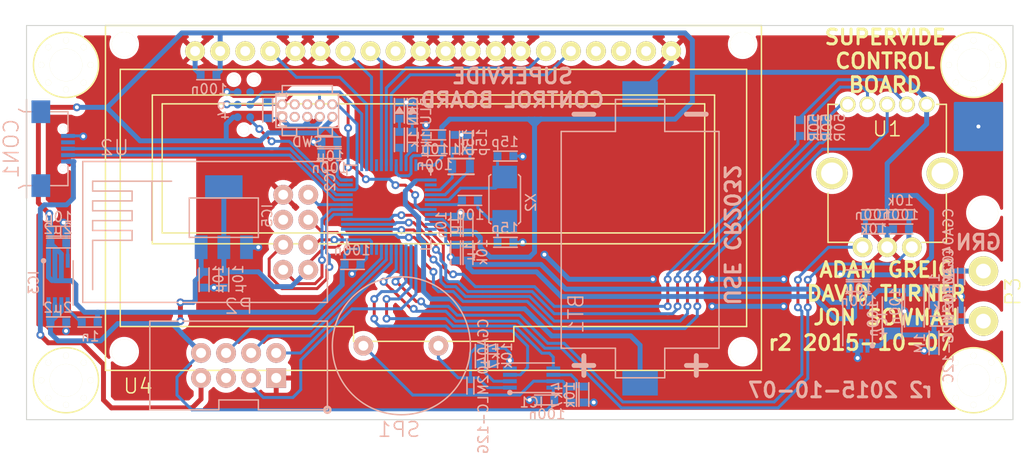
<source format=kicad_pcb>
(kicad_pcb (version 20221018) (generator pcbnew)
  (layers (0 "F.Cu" signal) (31 "B.Cu" signal) (34 "B.Paste" user) (35 "F.Paste" user) (36 "B.SilkS" user "B.Silkscreen") (37 "F.SilkS" user "F.Silkscreen") (38 "B.Mask" user) (39 "F.Mask" user) (44 "Edge.Cuts" user))
  (net 0 "")
  (net 1 "Net-(BT1-Pad1)")
  (net 2 "GND")
  (net 3 "/ENC_A")
  (net 4 "VDD")
  (net 5 "/ENC_B")
  (net 6 "/nRST")
  (net 7 "Net-(C12-Pad2)")
  (net 8 "/THERMO")
  (net 9 "VCC")
  (net 10 "+5V")
  (net 11 "/USB_DM")
  (net 12 "/USB_DP")
  (net 13 "Net-(D1-Pad2)")
  (net 14 "Net-(D2-Pad1)")
  (net 15 "Net-(IC1-Pad6)")
  (net 16 "/CURRENT")
  (net 17 "/ENC_SW")
  (net 18 "/OLED_D/C")
  (net 19 "/ENC_RED")
  (net 20 "/ENC_GRN")
  (net 21 "/ENC_BLU")
  (net 22 "/WIFI_RX")
  (net 23 "/WIFI_TX")
  (net 24 "/SWDIO")
  (net 25 "/SWDCLK")
  (net 26 "/TRIAC")
  (net 27 "/~{OLED_CS}")
  (net 28 "/~{OLED_RST}")
  (net 29 "/M_RELAY")
  (net 30 "/PH_RELAY")
  (net 31 "/OLED_SCLK")
  (net 32 "/OLED_MOSI")
  (net 33 "Net-(IC1-Pad2)")
  (net 34 "Net-(C11-Pad2)")
  (net 35 "Net-(C14-Pad1)")
  (net 36 "Net-(C15-Pad1)")
  (net 37 "Net-(C19-Pad2)")
  (net 38 "Net-(C22-Pad2)")
  (net 39 "Net-(C23-Pad2)")
  (net 40 "Net-(IC2-Pad6)")
  (net 41 "/PIEZO_A")
  (net 42 "/PIEZO_B")
  (net 43 "Net-(IC4-Pad5)")
  (net 44 "/WIFI_RST")
  (net 45 "/WIFI_GP0")
  (net 46 "Net-(C28-Pad1)")
  (net 47 "Net-(D3-Pad2)")
  (net 48 "Net-(D4-Pad2)")
  (net 49 "Net-(IC2-Pad45)")
  (net 50 "Net-(IC2-Pad46)")
  (net 51 "Net-(R12-Pad1)")
  (net 52 "Net-(R15-Pad1)")
  (net 53 "Net-(R16-Pad1)")
  (net 54 "Net-(D5-Pad1)")
  (net 55 "Net-(D5-Pad2)")
  (footprint "control:SF_ROTENC" (layer "F.Cu") (at 137.25 108)
    (fp_text reference "U1")
    (fp_text value "ROTENC")
  )
  (footprint "control:ER-OLEDM023-1" (layer "F.Cu") (at 58 100)
    (fp_text reference "U4")
    (fp_text value "ER-OLEDM023-1")
  )
  (footprint "control:M3_MOUNT" (layer "F.Cu") (at 54 104)
    (fp_text reference "U5" hide)
    (fp_text value "M3_HOLE" hide)
  )
  (footprint "control:M3_MOUNT" (layer "F.Cu") (at 146 136)
    (fp_text reference "U6" hide)
    (fp_text value "M3_HOLE" hide)
  )
  (footprint "control:M3_MOUNT" (layer "F.Cu") (at 54 136)
    (fp_text reference "U7" hide)
    (fp_text value "M3_HOLE" hide)
  )
  (footprint "control:M3_MOUNT" (layer "F.Cu") (at 146 104)
    (fp_text reference "U8" hide)
    (fp_text value "M3_HOLE" hide)
  )
  (footprint "control:TC_K_PM" (layer "F.Cu") (at 147 130 90)
    (fp_text reference "P3")
    (fp_text value "CONN_01X02")
  )
  (footprint "control:HOLE" (layer "F.Cu") (at 147 119)
    (fp_text reference "REF**" hide)
    (fp_text value "HOLE" hide)
  )
  (footprint "control:C0603" (layer "B.Cu") (at 135.05 120.65)
    (fp_text reference "C1" hide)
    (fp_text value "100n")
  )
  (footprint "control:C0603" (layer "B.Cu") (at 137.85 120.65)
    (fp_text reference "C2" hide)
    (fp_text value "100n")
  )
  (footprint "control:C0603" (layer "B.Cu") (at 135.1 126.5 180)
    (fp_text reference "C16" hide)
    (fp_text value "100n")
  )
  (footprint "control:C0603" (layer "B.Cu") (at 135.1 125.3 180)
    (fp_text reference "C17" hide)
    (fp_text value "10µ")
  )
  (footprint "control:C1206" (layer "B.Cu") (at 140 130 90)
    (fp_text reference "C22" hide)
    (fp_text value "100n")
  )
  (footprint "control:C0603" (layer "B.Cu") (at 142 126.75 -90)
    (fp_text reference "C23" hide)
    (fp_text value "1µ")
  )
  (footprint "control:C0603" (layer "B.Cu") (at 93.5 122.25 -90)
    (fp_text reference "C24" hide)
    (fp_text value "1µ")
  )
  (footprint "control:C0603" (layer "B.Cu") (at 69.25 105 180)
    (fp_text reference "C13" hide)
    (fp_text value "100n")
  )
  (footprint "control:C1206" (layer "B.Cu") (at 137.75 131.25 90)
    (fp_text reference "C25" hide)
    (fp_text value "100n")
  )
  (footprint "control:USB3065" (layer "B.Cu") (at 51.45 112.5 90)
    (fp_text reference "CON1")
    (fp_text value "USB-MICRO-B")
  )
  (footprint "control:R0402" (layer "B.Cu") (at 144.75 126 90)
    (fp_text reference "D1" hide)
    (fp_text value "CGA0402MLC-12G")
  )
  (footprint "control:MSOP8" (layer "B.Cu") (at 135.25 132.5 90)
    (fp_text reference "IC4")
    (fp_text value "AD8495" hide)
  )
  (footprint "control:2x4_100" (layer "B.Cu") (at 71.5 134.5)
    (fp_text reference "P2")
    (fp_text value "CONN_02X04")
  )
  (footprint "control:R0603" (layer "B.Cu") (at 136.65 119.2 180)
    (fp_text reference "R2" hide)
    (fp_text value "10k")
  )
  (footprint "control:R0603" (layer "B.Cu") (at 137.85 119.2)
    (fp_text reference "R4" hide)
    (fp_text value "10k")
  )
  (footprint "control:R0603" (layer "B.Cu") (at 143.5 126.75 90)
    (fp_text reference "R8" hide)
    (fp_text value "1k")
  )
  (footprint "control:R0603" (layer "B.Cu") (at 94.75 122.25 -90)
    (fp_text reference "R9" hide)
    (fp_text value "10k")
  )
  (footprint "control:R0603" (layer "B.Cu") (at 142 130)
    (fp_text reference "R10" hide)
    (fp_text value "1k")
  )
  (footprint "control:R0603" (layer "B.Cu") (at 142 133 90)
    (fp_text reference "R11" hide)
    (fp_text value "1M")
  )
  (footprint "control:XTAL50x32" (layer "B.Cu") (at 98.475 119.675 90)
    (fp_text reference "X2")
    (fp_text value "8MHz" hide)
  )
  (footprint "control:R0603" (layer "B.Cu") (at 95.75 117.75 180)
    (fp_text reference "R7" hide)
    (fp_text value "100")
  )
  (footprint "control:FTSH-105-01-F-D-K" (layer "B.Cu") (at 81 108 180)
    (fp_text reference "P1" hide)
    (fp_text value "SWD")
  )
  (footprint "control:LQFP48" (layer "B.Cu") (at 90.975 115.675 -90)
    (fp_text reference "IC2")
    (fp_text value "STM32F072CBT6" hide)
  )
  (footprint "control:C0603" (layer "B.Cu") (at 94.7 111.1 -90)
    (fp_text reference "C12" hide)
    (fp_text value "15p")
  )
  (footprint "control:C0603" (layer "B.Cu") (at 93.4 111.1 -90)
    (fp_text reference "C11" hide)
    (fp_text value "15p")
  )
  (footprint "control:C0603" (layer "B.Cu") (at 97.75 122)
    (fp_text reference "C15" hide)
    (fp_text value "15p")
  )
  (footprint "control:C0603" (layer "B.Cu") (at 97.75 113.25)
    (fp_text reference "C14" hide)
    (fp_text value "15p")
  )
  (footprint "control:C0603" (layer "B.Cu") (at 74.45 107.8 -90)
    (fp_text reference "C10" hide)
    (fp_text value "100n")
  )
  (footprint "control:C0603" (layer "B.Cu") (at 93.5 121 90)
    (fp_text reference "C9" hide)
    (fp_text value "10n")
  )
  (footprint "control:C0603" (layer "B.Cu") (at 92.1 112.7 180)
    (fp_text reference "C7" hide)
    (fp_text value "100n")
  )
  (footprint "control:C0603" (layer "B.Cu") (at 94.75 121 90)
    (fp_text reference "C5" hide)
    (fp_text value "1µ")
  )
  (footprint "control:C0603" (layer "B.Cu") (at 92.1 111.1 180)
    (fp_text reference "C4" hide)
    (fp_text value "10µ")
  )
  (footprint "control:R0402" (layer "B.Cu") (at 144.75 130 90)
    (fp_text reference "D2" hide)
    (fp_text value "CGA0402MLC-12G")
  )
  (footprint "control:MSOP8" (layer "B.Cu") (at 52.225 123.875 -90)
    (fp_text reference "IC3")
    (fp_text value "ADP3335" hide)
  )
  (footprint "control:C0603" (layer "B.Cu") (at 52.425 120.875)
    (fp_text reference "C21" hide)
    (fp_text value "10µ")
  )
  (footprint "control:C0603" (layer "B.Cu") (at 52.425 122.075)
    (fp_text reference "C20" hide)
    (fp_text value "2µ2")
  )
  (footprint "control:C0603" (layer "B.Cu") (at 57.2 130.1 180)
    (fp_text reference "C19" hide)
    (fp_text value "1n")
  )
  (footprint "control:C0603" (layer "B.Cu") (at 52.425 130.075)
    (fp_text reference "C18" hide)
    (fp_text value "2µ2")
  )
  (footprint "control:C0603" (layer "B.Cu") (at 82.25 124.25)
    (fp_text reference "C6" hide)
    (fp_text value "100n")
  )
  (footprint "control:R0603" (layer "B.Cu") (at 96 132.75 -90)
    (fp_text reference "R1" hide)
    (fp_text value "4k7")
  )
  (footprint "control:R0603" (layer "B.Cu") (at 97.25 132.75 -90)
    (fp_text reference "R3" hide)
    (fp_text value "10k")
  )
  (footprint "control:R0603" (layer "B.Cu") (at 105.25 138.25 90)
    (fp_text reference "R5" hide)
    (fp_text value "4k7")
  )
  (footprint "control:R0603" (layer "B.Cu") (at 106.5 138.25 90)
    (fp_text reference "R6" hide)
    (fp_text value "10k")
  )
  (footprint "control:MSOP8" (layer "B.Cu") (at 99 136.75)
    (fp_text reference "IC1")
    (fp_text value "AD8542" hide)
  )
  (footprint "control:ABT-402-RC" (layer "B.Cu") (at 91.75 132.5 180)
    (fp_text reference "SP1")
    (fp_text value "SPEAKER")
  )
  (footprint "control:C0603" (layer "B.Cu") (at 103.5 138 180)
    (fp_text reference "C26" hide)
    (fp_text value "100n")
  )
  (footprint "control:ESP8266-ESP01" (layer "B.Cu") (at 55.7 113.8)
    (fp_text reference "U2")
    (fp_text value "ESP8266-ESP01")
  )
  (footprint "control:C0603" (layer "B.Cu") (at 81.5 113 180)
    (fp_text reference "C8" hide)
    (fp_text value "100n")
  )
  (footprint "control:C0603" (layer "B.Cu") (at 81.5 111.8 180)
    (fp_text reference "C3" hide)
    (fp_text value "10µ")
  )
  (footprint "control:2032HOLDER_KS1060" (layer "B.Cu") (at 112.2 136.25 90)
    (fp_text reference "BT1")
    (fp_text value "BATTERY")
  )
  (footprint "control:R0603" (layer "B.Cu") (at 131 109.6 -90)
    (fp_text reference "R12" hide)
    (fp_text value "50R")
  )
  (footprint "control:C0603" (layer "B.Cu") (at 68 125 -90)
    (fp_text reference "C27" hide)
    (fp_text value "10µ")
  )
  (footprint "control:C0603" (layer "B.Cu") (at 70 125 -90)
    (fp_text reference "C28" hide)
    (fp_text value "10µ")
  )
  (footprint "control:SOT223" (layer "B.Cu") (at 70 122.5 180)
    (fp_text reference "IC5")
    (fp_text value "NCP1117" hide)
  )
  (footprint "control:R0805" (layer "B.Cu") (at 93.15 114.3)
    (fp_text reference "X1")
    (fp_text value "32k768")
  )
  (footprint "control:LED0603" (layer "B.Cu") (at 87.8 107.8 -90)
    (fp_text reference "D3" hide)
    (fp_text value "GRN")
  )
  (footprint "control:LED0603" (layer "B.Cu") (at 89.1 107.8 -90)
    (fp_text reference "D4" hide)
    (fp_text value "BLU")
  )
  (footprint "control:R0603" (layer "B.Cu") (at 87.8 110.8 -90)
    (fp_text reference "R13" hide)
    (fp_text value "1k")
  )
  (footprint "control:R0603" (layer "B.Cu") (at 89.1 110.8 -90)
    (fp_text reference "R14" hide)
    (fp_text value "1k")
  )
  (footprint "control:R0603" (layer "B.Cu") (at 129.7 109.6 -90)
    (fp_text reference "R15" hide)
    (fp_text value "50R")
  )
  (footprint "control:R0603" (layer "B.Cu") (at 128.4 109.6 -90)
    (fp_text reference "R16" hide)
    (fp_text value "50R")
  )
  (footprint "control:TC2030-NL" (layer "B.Cu") (at 71.4 109.3 90)
    (fp_text reference "P4")
    (fp_text value "CONN_02X03")
  )
  (footprint "control:R0402" (layer "B.Cu") (at 95 136 -90)
    (fp_text reference "D5" hide)
    (fp_text value "CGA0402MLC-12G")
  )
  (gr_line (start 117.9 133.5) (end 117.9 135.5) (stroke (width 0.5)) (layer "B.SilkS"))
  (gr_line (start 116.9 134.5) (end 118.9 134.5) (stroke (width 0.5)) (layer "B.SilkS"))
  (gr_line (start 105.5 109) (end 107.5 109) (stroke (width 0.5)) (layer "B.SilkS"))
  (gr_line (start 105.5 134.5) (end 107.5 134.5) (stroke (width 0.5)) (layer "B.SilkS"))
  (gr_line (start 116.9 109) (end 118.9 109) (stroke (width 0.5)) (layer "B.SilkS"))
  (gr_line (start 106.5 133.5) (end 106.5 135.5) (stroke (width 0.5)) (layer "B.SilkS"))
  (gr_line (start 150 140) (end 150 100) (stroke (width 0.1)) (layer "Edge.Cuts"))
  (gr_line (start 50 140) (end 150 140) (stroke (width 0.1)) (layer "Edge.Cuts"))
  (gr_line (start 50 100) (end 106 100) (stroke (width 0.1)) (layer "Edge.Cuts"))
  (gr_line (start 50 100) (end 50 140) (stroke (width 0.1)) (layer "Edge.Cuts"))
  (gr_line (start 106 100) (end 150 100) (stroke (width 0.1)) (layer "Edge.Cuts"))
  (gr_text "GRN" (at 146.5 122) (layer "B.SilkS") (effects (font (size 1.5 1.5) (thickness 0.3)) (justify mirror)))
  (gr_text "USE CR2032" (at 121.5 121.25 270) (layer "B.SilkS") (effects (font (size 1.5 1.5) (thickness 0.3)) (justify mirror)))
  (gr_text "SUPERVIDE\nCONTROL BOARD" (at 99.25 106.35) (layer "B.SilkS") (effects (font (size 1.5 1.5) (thickness 0.3)) (justify mirror)))
  (gr_text "r2 2015-10-07" (at 132.5 137) (layer "B.SilkS") (effects (font (size 1.5 1.5) (thickness 0.3)) (justify mirror)))
  (gr_text "SUPERVIDE\nCONTROL\nBOARD" (at 137.05 103.6) (layer "F.SilkS") (effects (font (size 1.5 1.5) (thickness 0.3))))
  (gr_text "r2 2015-10-07" (at 134.55 132.2) (layer "F.SilkS") (effects (font (size 1.5 1.5) (thickness 0.3))))
  (gr_text "ADAM GREIG\nDAVID TURNER\nJON SOWMAN" (at 137.15 127.2) (layer "F.SilkS") (effects (font (size 1.5 1.5) (thickness 0.3))))
  (segment (start 88.4 116.8) (end 89.2 116) (width 0.5) (layer "B.Cu") (net 1))
  (segment (start 89.525 115.675) (end 89.2 116) (width 0.3) (layer "B.Cu") (net 1))
  (segment (start 89.2 116) (end 89.4 115.8) (width 0.5) (layer "B.Cu") (net 1))
  (segment (start 88.4 118.15) (end 89.75 119.5) (width 0.5) (layer "B.Cu") (net 1))
  (segment (start 89.75 119.5) (end 89.75 121.5) (width 0.5) (layer "B.Cu") (net 1))
  (segment (start 89.75 121.5) (end 90.25 122) (width 0.5) (layer "B.Cu") (net 1))
  (segment (start 94.5 128.75) (end 100.5 128.75) (width 0.5) (layer "B.Cu") (net 1))
  (segment (start 94 128.75) (end 93 127.75) (width 0.5) (layer "B.Cu") (net 1))
  (segment (start 93 127.75) (end 91 127.75) (width 0.5) (layer "B.Cu") (net 1))
  (segment (start 91 127.75) (end 90.25 127) (width 0.5) (layer "B.Cu") (net 1))
  (segment (start 90.25 127) (end 90.25 124.5) (width 0.5) (layer "B.Cu") (net 1))
  (segment (start 103.25 131.5) (end 111.25 131.5) (width 0.5) (layer "B.Cu") (net 1))
  (segment (start 111.25 131.5) (end 112.2 132.45) (width 0.5) (layer "B.Cu") (net 1))
  (segment (start 112.2 136.25) (end 112.2 132.45) (width 0.5) (layer "B.Cu") (net 1))
  (segment (start 88.4 116.8) (end 88.4 118.15) (width 0.5) (layer "B.Cu") (net 1))
  (segment (start 90.25 122) (end 90.25 124.5) (width 0.5) (layer "B.Cu") (net 1))
  (segment (start 100.5 128.75) (end 103.25 131.5) (width 0.5) (layer "B.Cu") (net 1))
  (segment (start 90.975 115.675) (end 89.525 115.675) (width 0.3) (layer "B.Cu") (net 1))
  (segment (start 94.5 128.75) (end 94 128.75) (width 0.5) (layer "B.Cu") (net 1))
  (segment (start 93 123.5) (end 93.25 123.25) (width 0.3) (layer "F.Cu") (net 2))
  (segment (start 137.25 114) (end 141.25 110) (width 0.3) (layer "F.Cu") (net 2))
  (segment (start 141.25 110) (end 146.5 110.25) (width 0.3) (layer "F.Cu") (net 2))
  (segment (start 101.25 122) (end 102.5 123.25) (width 0.5) (layer "F.Cu") (net 2))
  (segment (start 114.5 124.5) (end 118.75 124.5) (width 0.5) (layer "F.Cu") (net 2))
  (segment (start 118.75 124.5) (end 119.5 125.25) (width 0.5) (layer "F.Cu") (net 2))
  (segment (start 119.5 125.25) (end 119.5 125.75) (width 0.5) (layer "F.Cu") (net 2))
  (segment (start 113.5 125.5) (end 114.5 124.5) (width 0.5) (layer "F.Cu") (net 2))
  (segment (start 113.5 125.75) (end 113.75 125.25) (width 0.5) (layer "F.Cu") (net 2))
  (segment (start 126.75 125.75) (end 126.75 128.5) (width 0.5) (layer "F.Cu") (net 2))
  (segment (start 113.5 125.75) (end 113.5 125.5) (width 0.5) (layer "F.Cu") (net 2))
  (segment (start 137.25 122.5) (end 137.25 114) (width 0.3) (layer "F.Cu") (net 2))
  (segment (start 100.3 122) (end 101.25 122) (width 0.5) (layer "F.Cu") (net 2))
  (via (at 139 129) (size 0.8) (drill 0.4) (layers "F.Cu" "B.Cu") (net 2))
  (via (at 113.5 125.75) (size 0.8) (drill 0.4) (layers "F.Cu" "B.Cu") (net 2))
  (via (at 141 133) (size 0.8) (drill 0.4) (layers "F.Cu" "B.Cu") (net 2))
  (via (at 88.5 107.8) (size 0.8) (drill 0.4) (layers "F.Cu" "B.Cu") (net 2))
  (via (at 126.75 125.75) (size 0.8) (drill 0.4) (layers "F.Cu" "B.Cu") (net 2))
  (via (at 101 138) (size 0.8) (drill 0.4) (layers "F.Cu" "B.Cu") (net 2))
  (via (at 70.3 106.75) (size 0.8) (drill 0.4) (layers "F.Cu" "B.Cu") (net 2))
  (via (at 146.5 110.25) (size 0.8) (drill 0.4) (layers "F.Cu" "B.Cu") (net 2))
  (via (at 83 125.2) (size 0.8) (drill 0.4) (layers "F.Cu" "B.Cu") (net 2))
  (via (at 90.5 110.1) (size 0.8) (drill 0.4) (layers "F.Cu" "B.Cu") (net 2))
  (via (at 53.75 120) (size 0.8) (drill 0.4) (layers "F.Cu" "B.Cu") (net 2))
  (via (at 132.5 125.25) (size 0.8) (drill 0.4) (layers "F.Cu" "B.Cu") (net 2))
  (via (at 94.1 111.1) (size 0.8) (drill 0.4) (layers "F.Cu" "B.Cu") (net 2))
  (via (at 126.75 128.5) (size 0.8) (drill 0.4) (layers "F.Cu" "B.Cu") (net 2))
  (via (at 73.5 122.5) (size 0.8) (drill 0.4) (layers "F.Cu" "B.Cu") (net 2))
  (via (at 100.3 113.3) (size 0.8) (drill 0.4) (layers "F.Cu" "B.Cu") (net 2))
  (via (at 55.75 111.25) (size 0.8) (drill 0.4) (layers "F.Cu" "B.Cu") (net 2))
  (via (at 134.25 133.75) (size 0.8) (drill 0.4) (layers "F.Cu" "B.Cu") (net 2))
  (via (at 54 131) (size 0.8) (drill 0.4) (layers "F.Cu" "B.Cu") (net 2))
  (via (at 93 123.5) (size 0.8) (drill 0.4) (layers "F.Cu" "B.Cu") (net 2))
  (via (at 107.5 138.25) (size 0.8) (drill 0.4) (layers "F.Cu" "B.Cu") (net 2))
  (via (at 94 119) (size 0.8) (drill 0.4) (layers "F.Cu" "B.Cu") (net 2))
  (via (at 119.5 128.5) (size 0.8) (drill 0.4) (layers "F.Cu" "B.Cu") (net 2))
  (via (at 102.5 123.25) (size 0.8) (drill 0.4) (layers "F.Cu" "B.Cu") (net 2))
  (via (at 119.5 125.75) (size 0.8) (drill 0.4) (layers "F.Cu" "B.Cu") (net 2))
  (via (at 99 134) (size 0.8) (drill 0.4) (layers "F.Cu" "B.Cu") (net 2))
  (via (at 144.75 127.5) (size 0.8) (drill 0.4) (layers "F.Cu" "B.Cu") (net 2))
  (via (at 69 126.6) (size 0.8) (drill 0.4) (layers "F.Cu" "B.Cu") (net 2))
  (via (at 100.3 122) (size 0.8) (drill 0.4) (layers "F.Cu" "B.Cu") (net 2))
  (via (at 79.1 111.8) (size 0.8) (drill 0.4) (layers "F.Cu" "B.Cu") (net 2))
  (segment (start 93.275 119.175) (end 93.5 119.4) (width 0.3) (layer "B.Cu") (net 2))
  (segment (start 54.175 122.575) (end 54.025 122.425) (width 0.3) (layer "B.Cu") (net 2))
  (segment (start 54.025 122.425) (end 54.025 122.075) (width 0.3) (layer "B.Cu") (net 2))
  (segment (start 137.25 120.65) (end 137.85 120.65) (width 0.5) (layer "B.Cu") (net 2))
  (segment (start 75.79 109.4) (end 75.92 109.27) (width 0.2) (layer "B.Cu") (net 2))
  (segment (start 94 119.4) (end 94.75 119.4) (width 0.5) (layer "B.Cu") (net 2))
  (segment (start 87.475 114.975) (end 87.75 115.25) (width 0.3) (layer "B.Cu") (net 2))
  (segment (start 87.75 115.25) (end 88.75 115.25) (width 0.3) (layer "B.Cu") (net 2))
  (segment (start 88.75 115.25) (end 88.975 115.025) (width 0.3) (layer "B.Cu") (net 2))
  (segment (start 88.975 115.025) (end 88.975 114.175) (width 0.3) (layer "B.Cu") (net 2))
  (segment (start 55.7 111.2) (end 55.75 111.25) (width 0.3) (layer "B.Cu") (net 2))
  (segment (start 54.025 120.275) (end 53.75 120) (width 0.3) (layer "B.Cu") (net 2))
  (segment (start 138.15 128.15) (end 139 129) (width 0.5) (layer "B.Cu") (net 2))
  (segment (start 54.025 130.975) (end 54 131) (width 0.3) (layer "B.Cu") (net 2))
  (segment (start 139 129) (end 140 130) (width 0.5) (layer "B.Cu") (net 2))
  (segment (start 134.25 132.5) (end 134.6 132.5) (width 0.3) (layer "B.Cu") (net 2))
  (segment (start 132.55 125.3) (end 132.5 125.25) (width 0.3) (layer "B.Cu") (net 2))
  (segment (start 144.75 127.5) (end 144.75 128.9) (width 0.5) (layer "B.Cu") (net 2))
  (segment (start 84.475 123.625) (end 83.85 124.25) (width 0.3) (layer "B.Cu") (net 2))
  (segment (start 83.85 124.35) (end 83 125.2) (width 0.3) (layer "B.Cu") (net 2))
  (segment (start 100.25 113.25) (end 100.3 113.3) (width 0.3) (layer "B.Cu") (net 2))
  (segment (start 93.35 123.85) (end 93 123.5) (width 0.3) (layer "B.Cu") (net 2))
  (segment (start 75.92 109.52) (end 76.6 110.2) (width 0.5) (layer "B.Cu") (net 2))
  (segment (start 76.6 110.2) (end 78.1 110.2) (width 0.5) (layer "B.Cu") (net 2))
  (segment (start 78.1 110.2) (end 78.46 109.84) (width 0.5) (layer "B.Cu") (net 2))
  (segment (start 78.46 109.84) (end 78.46 109.27) (width 0.5) (layer "B.Cu") (net 2))
  (segment (start 78.46 110.06) (end 78.6 110.2) (width 0.5) (layer "B.Cu") (net 2))
  (segment (start 78.6 110.2) (end 79.3 110.2) (width 0.5) (layer "B.Cu") (net 2))
  (segment (start 79.3 110.2) (end 79.73 109.77) (width 0.5) (layer "B.Cu") (net 2))
  (segment (start 79.73 109.77) (end 79.73 109.27) (width 0.5) (layer "B.Cu") (net 2))
  (segment (start 67.09 104.44) (end 67.65 105) (width 0.5) (layer "B.Cu") (net 2))
  (segment (start 115.35 103.8) (end 112.2 106.95) (width 0.5) (layer "B.Cu") (net 2))
  (segment (start 69 126.6) (end 70 126.6) (width 0.5) (layer "B.Cu") (net 2))
  (segment (start 88.975 113.425) (end 89.2 113.2) (width 0.3) (layer "B.Cu") (net 2))
  (segment (start 89.2 113.2) (end 90 113.2) (width 0.3) (layer "B.Cu") (net 2))
  (segment (start 90 113.2) (end 90.5 112.7) (width 0.3) (layer "B.Cu") (net 2))
  (segment (start 94.1 111.1) (end 93.4 111.1) (width 0.3) (layer "B.Cu") (net 2))
  (segment (start 88.5 107.8) (end 89.1 107.8) (width 0.3) (layer "B.Cu") (net 2))
  (segment (start 70.31 106.76) (end 70.3 106.75) (width 0.3) (layer "B.Cu") (net 2))
  (segment (start 81.719052 116.175) (end 79.9 114.355948) (width 0.3) (layer "B.Cu") (net 2))
  (segment (start 79.9 114.355948) (end 79.9 113) (width 0.3) (layer "B.Cu") (net 2))
  (segment (start 98.5 132.75) (end 99 133.25) (width 0.3) (layer "B.Cu") (net 2))
  (segment (start 99 133.25) (end 99 134) (width 0.3) (layer "B.Cu") (net 2))
  (segment (start 102.5 123.25) (end 105 125.75) (width 0.5) (layer "B.Cu") (net 2))
  (segment (start 105 125.75) (end 113.5 125.75) (width 0.5) (layer "B.Cu") (net 2))
  (segment (start 119.5 125.75) (end 126.75 125.75) (width 0.5) (layer "B.Cu") (net 2))
  (segment (start 126.75 128.5) (end 119.5 128.5) (width 0.5) (layer "B.Cu") (net 2))
  (segment (start 54.025 120.875) (end 54.025 122.075) (width 0.3) (layer "B.Cu") (net 2))
  (segment (start 93.5 119.4) (end 94 119.4) (width 0.3) (layer "B.Cu") (net 2))
  (segment (start 133.5 125.3) (end 132.55 125.3) (width 0.5) (layer "B.Cu") (net 2))
  (segment (start 75.92 109.27) (end 75.92 109.52) (width 0.5) (layer "B.Cu") (net 2))
  (segment (start 101.9 138) (end 101 138) (width 0.3) (layer "B.Cu") (net 2))
  (segment (start 68 126.6) (end 69 126.6) (width 0.5) (layer "B.Cu") (net 2))
  (segment (start 97.25 132.75) (end 98.5 132.75) (width 0.3) (layer "B.Cu") (net 2))
  (segment (start 67.09 102.6) (end 67.09 104.44) (width 0.5) (layer "B.Cu") (net 2))
  (segment (start 54.025 120.875) (end 54.025 120.275) (width 0.3) (layer "B.Cu") (net 2))
  (segment (start 93.5 123.85) (end 93.35 123.85) (width 0.3) (layer "B.Cu") (net 2))
  (segment (start 90.5 111.1) (end 90.5 110.1) (width 0.3) (layer "B.Cu") (net 2))
  (segment (start 94 119.4) (end 94 119) (width 0.2) (layer "B.Cu") (net 2))
  (segment (start 133.95 132.5) (end 134.25 132.5) (width 0.3) (layer "B.Cu") (net 2))
  (segment (start 79.9 111.8) (end 79.9 113) (width 0.5) (layer "B.Cu") (net 2))
  (segment (start 133.5 125.3) (end 133.5 126.5) (width 0.5) (layer "B.Cu") (net 2))
  (segment (start 83.85 124.25) (end 83.85 124.35) (width 0.3) (layer "B.Cu") (net 2))
  (segment (start 87.475 114.175) (end 87.475 114.975) (width 0.3) (layer "B.Cu") (net 2))
  (segment (start 106.5 138.25) (end 107.5 138.25) (width 0.3) (layer "B.Cu") (net 2))
  (segment (start 88.975 114.175) (end 88.975 113.425) (width 0.3) (layer "B.Cu") (net 2))
  (segment (start 115.35 102.6) (end 115.35 103.8) (width 0.5) (layer "B.Cu") (net 2))
  (segment (start 94.7 111.1) (end 94.1 111.1) (width 0.3) (layer "B.Cu") (net 2))
  (segment (start 99 134) (end 99 134.8) (width 0.3) (layer "B.Cu") (net 2))
  (segment (start 54.175 123.875) (end 54.175 122.575) (width 0.3) (layer "B.Cu") (net 2))
  (segment (start 136.65 120.65) (end 137.25 120.65) (width 0.5) (layer "B.Cu") (net 2))
  (segment (start 99.35 122) (end 100.3 122) (width 0.3) (layer "B.Cu") (net 2))
  (segment (start 137.25 120.65) (end 137.25 122.5) (width 0.5) (layer "B.Cu") (net 2))
  (segment (start 78.46 109.84) (end 78.46 110.06) (width 0.5) (layer "B.Cu") (net 2))
  (segment (start 74.45 109.4) (end 75.79 109.4) (width 0.2) (layer "B.Cu") (net 2))
  (segment (start 144.75 126) (end 144.75 127.5) (width 0.5) (layer "B.Cu") (net 2))
  (segment (start 82.475 116.175) (end 81.719052 116.175) (width 0.3) (layer "B.Cu") (net 2))
  (segment (start 87.8 107.8) (end 88.5 107.8) (width 0.3) (layer "B.Cu") (net 2))
  (segment (start 71.4 106.76) (end 70.31 106.76) (width 0.3) (layer "B.Cu") (net 2))
  (segment (start 54.2 111.2) (end 55.7 111.2) (width 0.3) (layer "B.Cu") (net 2))
  (segment (start 79.9 111.8) (end 79.1 111.8) (width 0.3) (layer "B.Cu") (net 2))
  (segment (start 137.75 128.15) (end 138.15 128.15) (width 0.3) (layer "B.Cu") (net 2))
  (segment (start 90.5 111.1) (end 90.5 112.7) (width 0.3) (layer "B.Cu") (net 2))
  (segment (start 84.475 122.675) (end 84.475 123.625) (width 0.3) (layer "B.Cu") (net 2))
  (segment (start 142 133) (end 141 133) (width 0.3) (layer "B.Cu") (net 2))
  (segment (start 54.025 130.075) (end 54.025 130.975) (width 0.3) (layer "B.Cu") (net 2))
  (segment (start 134.25 132.5) (end 134.25 133.75) (width 0.5) (layer "B.Cu") (net 2))
  (segment (start 90.975 119.175) (end 93.275 119.175) (width 0.3) (layer "B.Cu") (net 2))
  (segment (start 99.35 113.25) (end 100.25 113.25) (width 0.3) (layer "B.Cu") (net 2))
  (segment (start 72.3 122.5) (end 73.5 122.5) (width 0.5) (layer "B.Cu") (net 2))
  (segment (start 128.2 128.6) (end 128.2 125.8) (width 0.3) (layer "F.Cu") (net 3))
  (segment (start 90 128) (end 89.5 128) (width 0.3) (layer "F.Cu") (net 3))
  (segment (start 89.5 128) (end 87.5 126) (width 0.3) (layer "F.Cu") (net 3))
  (segment (start 87.5 126) (end 87.4 126) (width 0.3) (layer "F.Cu") (net 3))
  (via (at 87.4 126) (size 0.8) (drill 0.4) (layers "F.Cu" "B.Cu") (net 3))
  (via (at 90 128) (size 0.8) (drill 0.4) (layers "F.Cu" "B.Cu") (net 3))
  (via (at 128.2 128.6) (size 0.8) (drill 0.4) (layers "F.Cu" "B.Cu") (net 3))
  (via (at 128.2 125.8) (size 0.8) (drill 0.4) (layers "F.Cu" "B.Cu") (net 3))
  (segment (start 135.05 122.2) (end 134.75 122.5) (width 0.3) (layer "B.Cu") (net 3))
  (segment (start 87.975 125.425) (end 87.4 126) (width 0.3) (layer "B.Cu") (net 3))
  (segment (start 94 129.4) (end 100 129.4) (width 0.3) (layer "B.Cu") (net 3))
  (segment (start 100 129.4) (end 101.6 131) (width 0.3) (layer "B.Cu") (net 3))
  (segment (start 125.8 138.2) (end 128.6 135.4) (width 0.3) (layer "B.Cu") (net 3))
  (segment (start 128.6 135.4) (end 128.6 129.2) (width 0.3) (layer "B.Cu") (net 3))
  (segment (start 128.6 129) (end 128.2 128.6) (width 0.3) (layer "B.Cu") (net 3))
  (segment (start 128.2 125.8) (end 128.2 125.6) (width 0.3) (layer "B.Cu") (net 3))
  (segment (start 128.2 125.6) (end 131.3 122.5) (width 0.3) (layer "B.Cu") (net 3))
  (segment (start 131.3 122.5) (end 134.75 122.5) (width 0.3) (layer "B.Cu") (net 3))
  (segment (start 93.65 129.4) (end 92.75 128.5) (width 0.3) (layer "B.Cu") (net 3))
  (segment (start 92.75 128.5) (end 90.5 128.5) (width 0.3) (layer "B.Cu") (net 3))
  (segment (start 90.5 128.5) (end 90 128) (width 0.3) (layer "B.Cu") (net 3))
  (segment (start 110.45 138.2) (end 104.5 132.25) (width 0.3) (layer "B.Cu") (net 3))
  (segment (start 104.5 132.25) (end 102.85 132.25) (width 0.3) (layer "B.Cu") (net 3))
  (segment (start 102.85 132.25) (end 101.6 131) (width 0.3) (layer "B.Cu") (net 3))
  (segment (start 128.6 129.2) (end 128.6 129) (width 0.3) (layer "B.Cu") (net 3))
  (segment (start 135.05 119.2) (end 135.05 120.65) (width 0.5) (layer "B.Cu") (net 3))
  (segment (start 87.975 122.675) (end 87.975 125.425) (width 0.3) (layer "B.Cu") (net 3))
  (segment (start 125.8 138.2) (end 110.45 138.2) (width 0.3) (layer "B.Cu") (net 3))
  (segment (start 94 129.4) (end 93.65 129.4) (width 0.3) (layer "B.Cu") (net 3))
  (segment (start 135.05 120.65) (end 135.05 122.2) (width 0.5) (layer "B.Cu") (net 3))
  (segment (start 52.3 119.1) (end 51.2 118) (width 0.5) (layer "F.Cu") (net 4))
  (segment (start 51.2 118) (end 51.2 109.3) (width 0.5) (layer "F.Cu") (net 4))
  (segment (start 51.2 108.8) (end 51.7 108.3) (width 0.5) (layer "F.Cu") (net 4))
  (segment (start 51.2 109.3) (end 51.2 108.8) (width 0.5) (layer "F.Cu") (net 4))
  (segment (start 51.7 108.3) (end 55.1 108.3) (width 0.5) (layer "F.Cu") (net 4))
  (via (at 52.3 119.1) (size 0.8) (drill 0.4) (layers "F.Cu" "B.Cu") (net 4))
  (via (at 55.1 108.3) (size 0.8) (drill 0.4) (layers "F.Cu" "B.Cu") (net 4))
  (segment (start 92.175 119.675) (end 93.5 121) (width 0.3) (layer "B.Cu") (net 4))
  (segment (start 52.225 122.275) (end 52.425 122.075) (width 0.3) (layer "B.Cu") (net 4))
  (segment (start 52.875 122.525) (end 52.425 122.075) (width 0.3) (layer "B.Cu") (net 4))
  (segment (start 53.525 123.175) (end 52.425 122.075) (width 0.5) (layer "B.Cu") (net 4))
  (segment (start 134.6 127) (end 135.1 126.5) (width 0.3) (layer "B.Cu") (net 4))
  (segment (start 137.25 119.2) (end 136.65 119.2) (width 0.5) (layer "B.Cu") (net 4))
  (segment (start 137.25 114) (end 141.25 110) (width 0.5) (layer "B.Cu") (net 4))
  (segment (start 141.25 110) (end 141.25 108) (width 0.5) (layer "B.Cu") (net 4))
  (segment (start 139.95 125.3) (end 141.75 123.5) (width 0.5) (layer "B.Cu") (net 4))
  (segment (start 141.75 123.5) (end 141.75 118.75) (width 0.5) (layer "B.Cu") (net 4))
  (segment (start 141.75 118.75) (end 140.25 117.25) (width 0.5) (layer "B.Cu") (net 4))
  (segment (start 140.25 117.25) (end 137.25 117.25) (width 0.5) (layer "B.Cu") (net 4))
  (segment (start 137.25 117.25) (end 137.25 114) (width 0.5) (layer "B.Cu") (net 4))
  (segment (start 82.825 122.675) (end 82.25 123.25) (width 0.3) (layer "B.Cu") (net 4))
  (segment (start 82.25 123.25) (end 82.25 124.25) (width 0.3) (layer "B.Cu") (net 4))
  (segment (start 117.5 107.75) (end 115.75 109.5) (width 0.5) (layer "B.Cu") (net 4))
  (segment (start 115.75 109.5) (end 102.2 109.5) (width 0.5) (layer "B.Cu") (net 4))
  (segment (start 101.5 123) (end 101 123.5) (width 0.5) (layer "B.Cu") (net 4))
  (segment (start 101 123.5) (end 97 123.5) (width 0.5) (layer "B.Cu") (net 4))
  (segment (start 97 123.5) (end 96 122.5) (width 0.5) (layer "B.Cu") (net 4))
  (segment (start 141.25 107.5) (end 138.5 104.75) (width 0.5) (layer "B.Cu") (net 4))
  (segment (start 138.5 104.75) (end 117.5 104.75) (width 0.5) (layer "B.Cu") (net 4))
  (segment (start 117.5 104.75) (end 117.5 107.75) (width 0.5) (layer "B.Cu") (net 4))
  (segment (start 116.75 100.75) (end 117.5 101.5) (width 0.5) (layer "B.Cu") (net 4))
  (segment (start 117.5 104.75) (end 117.5 101.5) (width 0.5) (layer "B.Cu") (net 4))
  (segment (start 96 121.5) (end 95.5 121) (width 0.5) (layer "B.Cu") (net 4))
  (segment (start 95.5 121) (end 94.75 121) (width 0.5) (layer "B.Cu") (net 4))
  (segment (start 82.25 124.35) (end 82 124.6) (width 0.5) (layer "B.Cu") (net 4))
  (segment (start 82 124.6) (end 82 126.3) (width 0.5) (layer "B.Cu") (net 4))
  (segment (start 82 126.3) (end 79.5 128.8) (width 0.5) (layer "B.Cu") (net 4))
  (segment (start 55 128.2) (end 55.9 129.1) (width 0.5) (layer "B.Cu") (net 4))
  (segment (start 57.2 129.1) (end 55.9 129.1) (width 0.5) (layer "B.Cu") (net 4))
  (segment (start 57.2 129.1) (end 57.2 129.3) (width 0.5) (layer "B.Cu") (net 4))
  (segment (start 57.2 129.3) (end 57.2 129.1) (width 0.5) (layer "B.Cu") (net 4))
  (segment (start 76.6 129.1) (end 57.2 129.1) (width 0.5) (layer "B.Cu") (net 4))
  (segment (start 79.2 129.1) (end 79.5 128.8) (width 0.5) (layer "B.Cu") (net 4))
  (segment (start 81 109.5) (end 80.3 110.2) (width 0.5) (layer "B.Cu") (net 4))
  (segment (start 80.3 110.2) (end 79.6 110.9) (width 0.5) (layer "B.Cu") (net 4))
  (segment (start 78.6 129.1) (end 79.2 129.1) (width 0.5) (layer "B.Cu") (net 4))
  (segment (start 55 126.3) (end 54.6 125.9) (width 0.5) (layer "B.Cu") (net 4))
  (segment (start 54.6 125.9) (end 53.5 125.9) (width 0.5) (layer "B.Cu") (net 4))
  (segment (start 52.9 125.9) (end 52.875 125.875) (width 0.5) (layer "B.Cu") (net 4))
  (segment (start 52.875 125.875) (end 52.875 123.875) (width 0.5) (layer "B.Cu") (net 4))
  (segment (start 52.225 125.525) (end 52.575 125.875) (width 0.5) (layer "B.Cu") (net 4))
  (segment (start 52.575 125.875) (end 52.875 125.875) (width 0.5) (layer "B.Cu") (net 4))
  (segment (start 53.525 125.9) (end 53.5 125.875) (width 0.5) (layer "B.Cu") (net 4))
  (segment (start 53.5 125.875) (end 53.5 125.8) (width 0.5) (layer "B.Cu") (net 4))
  (segment (start 53.5 125.8) (end 53.5 125.9) (width 0.5) (layer "B.Cu") (net 4))
  (segment (start 53.5 125.9) (end 52.9 125.9) (width 0.5) (layer "B.Cu") (net 4))
  (segment (start 81.5 111.4) (end 80.3 110.2) (width 0.5) (layer "B.Cu") (net 4))
  (segment (start 52.3 119.1) (end 52.425 119.225) (width 0.5) (layer "B.Cu") (net 4))
  (segment (start 52.425 119.225) (end 52.425 120.875) (width 0.5) (layer "B.Cu") (net 4))
  (segment (start 69.63 104.62) (end 69.25 105) (width 0.5) (layer "B.Cu") (net 4))
  (segment (start 64.5 102) (end 65.75 100.75) (width 0.5) (layer "B.Cu") (net 4))
  (segment (start 65.75 100.75) (end 69.65 100.75) (width 0.5) (layer "B.Cu") (net 4))
  (segment (start 101.5 110.1) (end 101.5 110) (width 0.5) (layer "B.Cu") (net 4))
  (segment (start 101.5 110) (end 101.5 123) (width 0.5) (layer "B.Cu") (net 4))
  (segment (start 102.2 109.5) (end 101.5 109.5) (width 0.5) (layer "B.Cu") (net 4))
  (segment (start 102.1 109.5) (end 101.5 110.1) (width 0.5) (layer "B.Cu") (net 4))
  (segment (start 91.325 114.175) (end 92.1 113.4) (width 0.3) (layer "B.Cu") (net 4))
  (segment (start 92.1 113.4) (end 92.1 112.7) (width 0.3) (layer "B.Cu") (net 4))
  (segment (start 92.9 109.5) (end 92.1 110.3) (width 0.5) (layer "B.Cu") (net 4))
  (segment (start 92.1 110.3) (end 92.1 111.1) (width 0.5) (layer "B.Cu") (net 4))
  (segment (start 58.2 108.3) (end 64.5 102) (width 0.5) (layer "B.Cu") (net 4))
  (segment (start 69.63 100.75) (end 69.65 100.77) (width 0.5) (layer "B.Cu") (net 4))
  (segment (start 69.65 100.77) (end 69.65 100.9) (width 0.5) (layer "B.Cu") (net 4))
  (segment (start 69.65 100.9) (end 69.65 100.75) (width 0.5) (layer "B.Cu") (net 4))
  (segment (start 69.65 100.75) (end 116.75 100.75) (width 0.5) (layer "B.Cu") (net 4))
  (segment (start 74.5 110.9) (end 73.7 111.7) (width 0.5) (layer "B.Cu") (net 4))
  (segment (start 73.7 111.7) (end 70.25 111.7) (width 0.5) (layer "B.Cu") (net 4))
  (segment (start 61.5 111.7) (end 58.1 108.3) (width 0.5) (layer "B.Cu") (net 4))
  (segment (start 58.1 108.3) (end 58.2 108.3) (width 0.5) (layer "B.Cu") (net 4))
  (segment (start 70.95 109.3) (end 70.25 110) (width 0.5) (layer "B.Cu") (net 4))
  (segment (start 70.25 110) (end 70.25 111.7) (width 0.5) (layer "B.Cu") (net 4))
  (segment (start 70.25 111.7) (end 61.5 111.7) (width 0.5) (layer "B.Cu") (net 4))
  (segment (start 81.883736 115.675) (end 81.5 115.291264) (width 0.3) (layer "B.Cu") (net 4))
  (segment (start 81.5 115.291264) (end 81.5 113) (width 0.3) (layer "B.Cu") (net 4))
  (segment (start 137.85 119.2) (end 137.25 119.2) (width 0.5) (layer "B.Cu") (net 4))
  (segment (start 76.6 129.1) (end 78.6 129.1) (width 0.5) (layer "B.Cu") (net 4))
  (segment (start 135.1 125.3) (end 139.95 125.3) (width 0.5) (layer "B.Cu") (net 4))
  (segment (start 96 122.5) (end 96 121.5) (width 0.5) (layer "B.Cu") (net 4))
  (segment (start 69.63 102.6) (end 69.63 104.62) (width 0.5) (layer "B.Cu") (net 4))
  (segment (start 55.1 108.3) (end 58.1 108.3) (width 0.5) (layer "B.Cu") (net 4))
  (segment (start 81 109.27) (end 81 109.5) (width 0.5) (layer "B.Cu") (net 4))
  (segment (start 52.425 122.075) (end 52.425 120.875) (width 0.5) (layer "B.Cu") (net 4))
  (segment (start 57.2 130.1) (end 57.2 129.1) (width 0.5) (layer "B.Cu") (net 4))
  (segment (start 55 128.2) (end 55 126.3) (width 0.5) (layer "B.Cu") (net 4))
  (segment (start 53.525 123.875) (end 53.525 125.9) (width 0.5) (layer "B.Cu") (net 4))
  (segment (start 100.9 109.5) (end 101.5 110.1) (width 0.5) (layer "B.Cu") (net 4))
  (segment (start 81.5 111.8) (end 81.5 111.4) (width 0.5) (layer "B.Cu") (net 4))
  (segment (start 90.975 119.675) (end 92.175 119.675) (width 0.3) (layer "B.Cu") (net 4))
  (segment (start 83.975 122.675) (end 82.825 122.675) (width 0.3) (layer "B.Cu") (net 4))
  (segment (start 92.1 112.7) (end 92.1 111.1) (width 0.3) (layer "B.Cu") (net 4))
  (segment (start 82.475 115.675) (end 82.225 115.675) (width 0.3) (layer "B.Cu") (net 4))
  (segment (start 53.525 123.875) (end 53.525 123.175) (width 0.5) (layer "B.Cu") (net 4))
  (segment (start 82.475 115.675) (end 81.883736 115.675) (width 0.3) (layer "B.Cu") (net 4))
  (segment (start 135.1 125.3) (end 135.1 126.5) (width 0.5) (layer "B.Cu") (net 4))
  (segment (start 93.5 121) (end 94.75 121) (width 0.5) (layer "B.Cu") (net 4))
  (segment (start 102.2 109.5) (end 102.1 109.5) (width 0.5) (layer "B.Cu") (net 4))
  (segment (start 94.75 121) (end 94.775 121) (width 0.2) (layer "B.Cu") (net 4))
  (segment (start 134.6 128.1) (end 134.6 127) (width 0.3) (layer "B.Cu") (net 4))
  (segment (start 52.225 123.875) (end 52.225 125.525) (width 0.5) (layer "B.Cu") (net 4))
  (segment (start 101.5 109.5) (end 101.5 110) (width 0.5) (layer "B.Cu") (net 4))
  (segment (start 137.25 119.2) (end 137.25 117.25) (width 0.5) (layer "B.Cu") (net 4))
  (segment (start 71.4 109.3) (end 70.95 109.3) (width 0.5) (layer "B.Cu") (net 4))
  (segment (start 52.225 123.875) (end 52.225 122.275) (width 0.5) (layer "B.Cu") (net 4))
  (segment (start 82.475 115.675) (end 82.275 115.675) (width 0.3) (layer "B.Cu") (net 4))
  (segment (start 141.25 108) (end 141.25 107.5) (width 0.5) (layer "B.Cu") (net 4))
  (segment (start 52.875 123.875) (end 52.875 122.525) (width 0.5) (layer "B.Cu") (net 4))
  (segment (start 69.63 102.6) (end 69.63 100.75) (width 0.5) (layer "B.Cu") (net 4))
  (segment (start 81.5 111.8) (end 81.5 113) (width 0.5) (layer "B.Cu") (net 4))
  (segment (start 100.9 109.5) (end 92.9 109.5) (width 0.5) (layer "B.Cu") (net 4))
  (segment (start 79.6 110.9) (end 74.5 110.9) (width 0.5) (layer "B.Cu") (net 4))
  (segment (start 82.25 124.25) (end 82.25 124.35) (width 0.5) (layer "B.Cu") (net 4))
  (segment (start 89.475 114.175) (end 91.325 114.175) (width 0.3) (layer "B.Cu") (net 4))
  (segment (start 101.5 109.5) (end 100.9 109.5) (width 0.5) (layer "B.Cu") (net 4))
  (segment (start 86.2 126) (end 87 126.8) (width 0.3) (layer "F.Cu") (net 5))
  (segment (start 129.2 128.6) (end 129.2 125.8) (width 0.3) (layer "F.Cu") (net 5))
  (segment (start 89.25 128.75) (end 89 128.75) (width 0.3) (layer "F.Cu") (net 5))
  (segment (start 89 128.75) (end 87.05 126.8) (width 0.3) (layer "F.Cu") (net 5))
  (segment (start 87.05 126.8) (end 87 126.8) (width 0.3) (layer "F.Cu") (net 5))
  (via (at 129.2 125.8) (size 0.8) (drill 0.4) (layers "F.Cu" "B.Cu") (net 5))
  (via (at 86.2 126) (size 0.8) (drill 0.4) (layers "F.Cu" "B.Cu") (net 5))
  (via (at 129.2 128.6) (size 0.8) (drill 0.4) (layers "F.Cu" "B.Cu") (net 5))
  (via (at 89.25 128.75) (size 0.8) (drill 0.4) (layers "F.Cu" "B.Cu") (net 5))
  (segment (start 139.45 122.2) (end 139.75 122.5) (width 0.3) (layer "B.Cu") (net 5))
  (segment (start 87.475 124.725) (end 86.2 126) (width 0.3) (layer "B.Cu") (net 5))
  (segment (start 93.6 130) (end 99.8 130) (width 0.3) (layer "B.Cu") (net 5))
  (segment (start 99.8 130) (end 101 131.2) (width 0.3) (layer "B.Cu") (net 5))
  (segment (start 126.2 138.8) (end 129.2 135.8) (width 0.3) (layer "B.Cu") (net 5))
  (segment (start 129.2 135.8) (end 129.2 129) (width 0.3) (layer "B.Cu") (net 5))
  (segment (start 129.2 125.8) (end 130.8 124.2) (width 0.3) (layer "B.Cu") (net 5))
  (segment (start 130.8 124.2) (end 138.05 124.2) (width 0.3) (layer "B.Cu") (net 5))
  (segment (start 139.75 122.5) (end 138.05 124.2) (width 0.3) (layer "B.Cu") (net 5))
  (segment (start 93.5 130) (end 92.5 129) (width 0.3) (layer "B.Cu") (net 5))
  (segment (start 92.5 129) (end 89.5 129) (width 0.3) (layer "B.Cu") (net 5))
  (segment (start 89.5 129) (end 89.25 128.75) (width 0.3) (layer "B.Cu") (net 5))
  (segment (start 110.3 138.8) (end 104.25 132.75) (width 0.3) (layer "B.Cu") (net 5))
  (segment (start 104.25 132.75) (end 102.55 132.75) (width 0.3) (layer "B.Cu") (net 5))
  (segment (start 102.55 132.75) (end 101 131.2) (width 0.3) (layer "B.Cu") (net 5))
  (segment (start 87.475 124.725) (end 87.475 122.675) (width 0.3) (layer "B.Cu") (net 5))
  (segment (start 139.75 122.5) (end 139.75 122.75) (width 0.3) (layer "B.Cu") (net 5))
  (segment (start 139.45 120.65) (end 139.45 122.2) (width 0.5) (layer "B.Cu") (net 5))
  (segment (start 93.6 130) (end 93.5 130) (width 0.3) (layer "B.Cu") (net 5))
  (segment (start 129.2 129) (end 129.2 128.6) (width 0.3) (layer "B.Cu") (net 5))
  (segment (start 126.2 138.8) (end 110.3 138.8) (width 0.3) (layer "B.Cu") (net 5))
  (segment (start 139.45 119.2) (end 139.45 120.65) (width 0.5) (layer "B.Cu") (net 5))
  (segment (start 89.4 117.2) (end 88.4 116.2) (width 0.3) (layer "F.Cu") (net 6))
  (segment (start 88.4 116.2) (end 87.4 116.2) (width 0.3) (layer "F.Cu") (net 6))
  (segment (start 84.4 115.6) (end 83.2 114.4) (width 0.3) (layer "F.Cu") (net 6))
  (segment (start 83.2 114.4) (end 82.6 114.4) (width 0.3) (layer "F.Cu") (net 6))
  (segment (start 82.6 110.4) (end 82.6 108) (width 0.3) (layer "F.Cu") (net 6))
  (segment (start 82.6 108) (end 81.4 106.8) (width 0.3) (layer "F.Cu") (net 6))
  (segment (start 81.4 106.8) (end 77.12 106.8) (width 0.3) (layer "F.Cu") (net 6))
  (segment (start 77.12 106.8) (end 75.92 108) (width 0.3) (layer "F.Cu") (net 6))
  (segment (start 75.92 108) (end 70.3 108) (width 0.3) (layer "F.Cu") (net 6))
  (via (at 82.6 110.4) (size 0.8) (drill 0.4) (layers "F.Cu" "B.Cu") (net 6))
  (via (at 87.4 116.2) (size 0.8) (drill 0.4) (layers "F.Cu" "B.Cu") (net 6))
  (via (at 89.4 117.2) (size 0.8) (drill 0.4) (layers "F.Cu" "B.Cu") (net 6))
  (via (at 84.4 115.6) (size 0.8) (drill 0.4) (layers "F.Cu" "B.Cu") (net 6))
  (via (at 82.6 114.4) (size 0.8) (drill 0.4) (layers "F.Cu" "B.Cu") (net 6))
  (via (at 70.3 108) (size 0.8) (drill 0.4) (layers "F.Cu" "B.Cu") (net 6))
  (segment (start 74.65 108) (end 74.45 107.8) (width 0.2) (layer "B.Cu") (net 6))
  (segment (start 89.875 118.675) (end 89.4 118.2) (width 0.3) (layer "B.Cu") (net 6))
  (segment (start 89.4 118.2) (end 89.4 117.2) (width 0.3) (layer "B.Cu") (net 6))
  (segment (start 87.4 116.2) (end 86.8 115.6) (width 0.3) (layer "B.Cu") (net 6))
  (segment (start 86.8 115.6) (end 84.4 115.6) (width 0.3) (layer "B.Cu") (net 6))
  (segment (start 82.6 114.4) (end 82.6 110.4) (width 0.3) (layer "B.Cu") (net 6))
  (segment (start 70.3 108) (end 70.33 108.03) (width 0.3) (layer "B.Cu") (net 6))
  (segment (start 70.33 108.03) (end 71.4 108.03) (width 0.3) (layer "B.Cu") (net 6))
  (segment (start 75.92 108) (end 74.65 108) (width 0.2) (layer "B.Cu") (net 6))
  (segment (start 90.975 118.675) (end 89.875 118.675) (width 0.3) (layer "B.Cu") (net 6))
  (segment (start 92.425 117.175) (end 94.95 114.65) (width 0.3) (layer "B.Cu") (net 7))
  (segment (start 94.95 114.65) (end 94.95 114.3) (width 0.3) (layer "B.Cu") (net 7))
  (segment (start 94.95 112.95) (end 94.7 112.7) (width 0.3) (layer "B.Cu") (net 7))
  (segment (start 94.95 114.3) (end 94.95 112.95) (width 0.3) (layer "B.Cu") (net 7))
  (segment (start 90.975 117.175) (end 92.425 117.175) (width 0.3) (layer "B.Cu") (net 7))
  (segment (start 91.925 120.175) (end 92.5 120.75) (width 0.3) (layer "B.Cu") (net 8))
  (segment (start 92.5 120.75) (end 92.5 122) (width 0.3) (layer "B.Cu") (net 8))
  (segment (start 92.5 122) (end 92.75 122.25) (width 0.3) (layer "B.Cu") (net 8))
  (segment (start 92.75 122.25) (end 93.5 122.25) (width 0.3) (layer "B.Cu") (net 8))
  (segment (start 90.975 120.175) (end 91.925 120.175) (width 0.3) (layer "B.Cu") (net 8))
  (segment (start 94.75 122.25) (end 93.5 122.25) (width 0.5) (layer "B.Cu") (net 8))
  (segment (start 65.6 130) (end 65.6 128.1) (width 0.5) (layer "F.Cu") (net 9))
  (via (at 65.6 130) (size 0.8) (drill 0.4) (layers "F.Cu" "B.Cu") (net 9))
  (via (at 65.6 128.1) (size 0.8) (drill 0.4) (layers "F.Cu" "B.Cu") (net 9))
  (segment (start 52.225 129.875) (end 52.425 130.075) (width 0.3) (layer "B.Cu") (net 9))
  (segment (start 52.875 129.625) (end 52.425 130.075) (width 0.3) (layer "B.Cu") (net 9))
  (segment (start 53.525 128.975) (end 52.425 130.075) (width 0.5) (layer "B.Cu") (net 9))
  (segment (start 56 132) (end 53.2 132) (width 0.5) (layer "B.Cu") (net 9))
  (segment (start 53.2 132) (end 52.425 131.225) (width 0.5) (layer "B.Cu") (net 9))
  (segment (start 52.425 130.075) (end 52.425 131.225) (width 0.5) (layer "B.Cu") (net 9))
  (segment (start 65.66 131.2) (end 67.69 133.23) (width 0.5) (layer "B.Cu") (net 9))
  (segment (start 65.66 131.16) (end 64.75 130.25) (width 0.5) (layer "B.Cu") (net 9))
  (segment (start 64.75 130.25) (end 64.7 130.25) (width 0.5) (layer "B.Cu") (net 9))
  (segment (start 59.25 130.25) (end 57.5 132) (width 0.5) (layer "B.Cu") (net 9))
  (segment (start 57.5 132) (end 56 132) (width 0.5) (layer "B.Cu") (net 9))
  (segment (start 67.7 124.7) (end 68 125) (width 0.5) (layer "B.Cu") (net 9))
  (segment (start 64.7 130.25) (end 59.25 130.25) (width 0.5) (layer "B.Cu") (net 9))
  (segment (start 65.35 130.25) (end 65.6 130) (width 0.5) (layer "B.Cu") (net 9))
  (segment (start 65.6 128.1) (end 66.9 128.1) (width 0.5) (layer "B.Cu") (net 9))
  (segment (start 66.9 128.1) (end 67.1 127.9) (width 0.5) (layer "B.Cu") (net 9))
  (segment (start 67.1 127.9) (end 67.1 125.9) (width 0.5) (layer "B.Cu") (net 9))
  (segment (start 67.1 125.9) (end 67.55 125.45) (width 0.5) (layer "B.Cu") (net 9))
  (segment (start 67.55 125.45) (end 68 125) (width 0.5) (layer "B.Cu") (net 9))
  (segment (start 67.55 124.85) (end 67.7 124.7) (width 0.5) (layer "B.Cu") (net 9))
  (segment (start 67.7 124.7) (end 68 125) (width 0.5) (layer "B.Cu") (net 9))
  (segment (start 103.4 137.9) (end 103.5 138) (width 0.3) (layer "B.Cu") (net 9))
  (segment (start 103.5 138.25) (end 102.75 139) (width 0.3) (layer "B.Cu") (net 9))
  (segment (start 102.75 139) (end 66.75 139) (width 0.3) (layer "B.Cu") (net 9))
  (segment (start 66.75 139) (end 65.25 137.5) (width 0.3) (layer "B.Cu") (net 9))
  (segment (start 65.25 137.5) (end 65.25 135.67) (width 0.3) (layer "B.Cu") (net 9))
  (segment (start 65.25 135.67) (end 67.69 133.23) (width 0.3) (layer "B.Cu") (net 9))
  (segment (start 103.5 138) (end 103.5 138.25) (width 0.3) (layer "B.Cu") (net 9))
  (segment (start 52.875 128.275) (end 52.875 129.625) (width 0.5) (layer "B.Cu") (net 9))
  (segment (start 67.7 122.5) (end 67.7 124.7) (width 0.5) (layer "B.Cu") (net 9))
  (segment (start 103.4 136.75) (end 103.4 137.9) (width 0.3) (layer "B.Cu") (net 9))
  (segment (start 52.225 128.275) (end 52.225 129.875) (width 0.5) (layer "B.Cu") (net 9))
  (segment (start 65.66 131.2) (end 65.66 131.16) (width 0.5) (layer "B.Cu") (net 9))
  (segment (start 53.525 128.275) (end 53.525 128.975) (width 0.5) (layer "B.Cu") (net 9))
  (segment (start 64.7 130.25) (end 65.35 130.25) (width 0.5) (layer "B.Cu") (net 9))
  (segment (start 67.69 133.23) (end 67.52 133.23) (width 0.3) (layer "B.Cu") (net 9))
  (segment (start 67.55 125.45) (end 67.55 124.85) (width 0.5) (layer "B.Cu") (net 9))
  (segment (start 67.69 137.91) (end 66.8 138.8) (width 0.5) (layer "F.Cu") (net 10))
  (segment (start 66.8 138.8) (end 58.6 138.8) (width 0.5) (layer "F.Cu") (net 10))
  (segment (start 58.6 138.8) (end 57.8 138) (width 0.5) (layer "F.Cu") (net 10))
  (segment (start 57.8 138) (end 57.8 134.4) (width 0.5) (layer "F.Cu") (net 10))
  (segment (start 57.8 134.4) (end 55.6 132.2) (width 0.5) (layer "F.Cu") (net 10))
  (segment (start 55.6 132.2) (end 52.2 132.2) (width 0.5) (layer "F.Cu") (net 10))
  (segment (start 52.2 132.2) (end 51.4 131.4) (width 0.5) (layer "F.Cu") (net 10))
  (segment (start 67.69 137.91) (end 67.69 135.77) (width 0.5) (layer "F.Cu") (net 10))
  (via (at 51.4 131.4) (size 0.8) (drill 0.4) (layers "F.Cu" "B.Cu") (net 10))
  (segment (start 51.4 119.4) (end 51.4 125.6) (width 0.5) (layer "B.Cu") (net 10))
  (segment (start 51.4 131.4) (end 51.4 125.6) (width 0.5) (layer "B.Cu") (net 10))
  (segment (start 51.4 118.6) (end 51.8 118.2) (width 0.5) (layer "B.Cu") (net 10))
  (segment (start 51.8 118.2) (end 52.5 118.2) (width 0.5) (layer "B.Cu") (net 10))
  (segment (start 52.5 118.2) (end 52.6 118.2) (width 0.5) (layer "B.Cu") (net 10))
  (segment (start 54.05 118.2) (end 54.75 117.5) (width 0.5) (layer "B.Cu") (net 10))
  (segment (start 54.75 117.5) (end 54.75 114.3) (width 0.5) (layer "B.Cu") (net 10))
  (segment (start 54.8 113.8) (end 54.75 113.85) (width 0.5) (layer "B.Cu") (net 10))
  (segment (start 54.75 113.85) (end 54.75 114.3) (width 0.5) (layer "B.Cu") (net 10))
  (segment (start 51.4 119.4) (end 51.4 118.6) (width 0.5) (layer "B.Cu") (net 10))
  (segment (start 54.2 113.8) (end 54.75 113.8) (width 0.3) (layer "B.Cu") (net 10))
  (segment (start 54.2 113.8) (end 54.8 113.8) (width 0.5) (layer "B.Cu") (net 10))
  (segment (start 52.5 118.2) (end 54.05 118.2) (width 0.5) (layer "B.Cu") (net 10))
  (segment (start 81.225 117.675) (end 76.7 113.15) (width 0.3) (layer "B.Cu") (net 11))
  (segment (start 76.7 113.15) (end 54.2 113.15) (width 0.3) (layer "B.Cu") (net 11))
  (segment (start 82.475 117.675) (end 81.225 117.675) (width 0.3) (layer "B.Cu") (net 11))
  (segment (start 76.714684 112.5) (end 81.389684 117.175) (width 0.3) (layer "B.Cu") (net 12))
  (segment (start 81.389684 117.175) (end 82.475 117.175) (width 0.3) (layer "B.Cu") (net 12))
  (segment (start 54.2 112.5) (end 76.714684 112.5) (width 0.3) (layer "B.Cu") (net 12))
  (segment (start 144.77 124.92) (end 144.75 124.9) (width 0.3) (layer "B.Cu") (net 13))
  (segment (start 143.75 124.9) (end 143.5 125.15) (width 0.3) (layer "B.Cu") (net 13))
  (segment (start 144.75 124.9) (end 143.75 124.9) (width 0.5) (layer "B.Cu") (net 13))
  (segment (start 147 124.92) (end 144.77 124.92) (width 0.5) (layer "B.Cu") (net 13))
  (segment (start 147 130) (end 144.75 130) (width 0.5) (layer "B.Cu") (net 14))
  (segment (start 144.75 130) (end 143.6 130) (width 0.5) (layer "B.Cu") (net 14))
  (segment (start 105.2 135.45) (end 105.75 136) (width 0.3) (layer "B.Cu") (net 15))
  (segment (start 105.75 136) (end 105.75 136.65) (width 0.3) (layer "B.Cu") (net 15))
  (segment (start 105.75 136.65) (end 106.5 136.65) (width 0.3) (layer "B.Cu") (net 15))
  (segment (start 105.25 136.65) (end 105.75 136.65) (width 0.3) (layer "B.Cu") (net 15))
  (segment (start 103.4 135.45) (end 105.2 135.45) (width 0.3) (layer "B.Cu") (net 15))
  (segment (start 89.475 123.225) (end 89.475 122.675) (width 0.3) (layer "B.Cu") (net 16))
  (segment (start 72.77 136.52) (end 74 137.75) (width 0.3) (layer "B.Cu") (net 16))
  (segment (start 74 137.75) (end 77 137.75) (width 0.3) (layer "B.Cu") (net 16))
  (segment (start 77 137.75) (end 77.8 136.95) (width 0.3) (layer "B.Cu") (net 16))
  (segment (start 77.8 136.95) (end 77.8 133.95) (width 0.3) (layer "B.Cu") (net 16))
  (segment (start 77.8 133.95) (end 83 128.75) (width 0.3) (layer "B.Cu") (net 16))
  (segment (start 83 128.75) (end 88 128.75) (width 0.3) (layer "B.Cu") (net 16))
  (segment (start 88 128.75) (end 89.475 127.275) (width 0.3) (layer "B.Cu") (net 16))
  (segment (start 89.475 127.275) (end 89.475 122.675) (width 0.3) (layer "B.Cu") (net 16))
  (segment (start 72.77 135.77) (end 72.77 136.52) (width 0.3) (layer "B.Cu") (net 16))
  (segment (start 89.3 121.5) (end 90.279998 122.479998) (width 0.3) (layer "F.Cu") (net 17))
  (segment (start 90.279998 122.479998) (end 90.279998 124.029998) (width 0.3) (layer "F.Cu") (net 17))
  (segment (start 90.279998 124.029998) (end 91.25 125) (width 0.3) (layer "F.Cu") (net 17))
  (segment (start 118 125.75) (end 118 128.5) (width 0.3) (layer "F.Cu") (net 17))
  (segment (start 88.75 121.5) (end 88.75 121.75) (width 0.3) (layer "F.Cu") (net 17))
  (segment (start 89.3 121.5) (end 88.75 121.5) (width 0.3) (layer "F.Cu") (net 17))
  (via (at 88.75 121.5) (size 0.8) (drill 0.4) (layers "F.Cu" "B.Cu") (net 17))
  (via (at 91.25 125) (size 0.8) (drill 0.4) (layers "F.Cu" "B.Cu") (net 17))
  (via (at 118 125.75) (size 0.8) (drill 0.4) (layers "F.Cu" "B.Cu") (net 17))
  (via (at 118 128.5) (size 0.8) (drill 0.4) (layers "F.Cu" "B.Cu") (net 17))
  (segment (start 91.25 126.5) (end 91.75 127) (width 0.3) (layer "B.Cu") (net 17))
  (segment (start 91.75 127) (end 93.25 127) (width 0.3) (layer "B.Cu") (net 17))
  (segment (start 93.25 127) (end 94.25 128) (width 0.3) (layer "B.Cu") (net 17))
  (segment (start 94.25 128) (end 100 128) (width 0.3) (layer "B.Cu") (net 17))
  (segment (start 87.375 121.175) (end 87.7 121.5) (width 0.3) (layer "B.Cu") (net 17))
  (segment (start 87.7 121.5) (end 88.75 121.5) (width 0.3) (layer "B.Cu") (net 17))
  (segment (start 118 125.25) (end 118 125.75) (width 0.3) (layer "B.Cu") (net 17))
  (segment (start 103.5 130.75) (end 116.75 130.75) (width 0.3) (layer "B.Cu") (net 17))
  (segment (start 116.75 130.75) (end 118 129.5) (width 0.3) (layer "B.Cu") (net 17))
  (segment (start 118 129.5) (end 118 128.5) (width 0.3) (layer "B.Cu") (net 17))
  (segment (start 137.25 110.75) (end 135.45 112.55) (width 0.3) (layer "B.Cu") (net 17))
  (segment (start 135.45 112.55) (end 130.7 112.55) (width 0.3) (layer "B.Cu") (net 17))
  (segment (start 130.7 112.55) (end 124.5 118.75) (width 0.3) (layer "B.Cu") (net 17))
  (segment (start 100 128) (end 100.75 128) (width 0.3) (layer "B.Cu") (net 17))
  (segment (start 100.75 128) (end 103.5 130.75) (width 0.3) (layer "B.Cu") (net 17))
  (segment (start 91.25 125) (end 91.25 126.5) (width 0.3) (layer "B.Cu") (net 17))
  (segment (start 124.5 118.75) (end 118 125.25) (width 0.3) (layer "B.Cu") (net 17))
  (segment (start 137.25 108) (end 137.25 110.75) (width 0.3) (layer "B.Cu") (net 17))
  (segment (start 82.475 121.175) (end 87.375 121.175) (width 0.3) (layer "B.Cu") (net 17))
  (segment (start 84.475 107.975) (end 81.75 105.25) (width 0.3) (layer "B.Cu") (net 18))
  (segment (start 81.75 105.25) (end 77.36 105.25) (width 0.3) (layer "B.Cu") (net 18))
  (segment (start 77.36 105.25) (end 74.71 102.6) (width 0.3) (layer "B.Cu") (net 18))
  (segment (start 84.475 114.175) (end 84.475 107.975) (width 0.3) (layer "B.Cu") (net 18))
  (segment (start 89.25 120.75) (end 90 121.5) (width 0.3) (layer "F.Cu") (net 19))
  (segment (start 90 121.5) (end 90.75 122.25) (width 0.3) (layer "F.Cu") (net 19))
  (segment (start 90.75 122.25) (end 90.75 123) (width 0.3) (layer "F.Cu") (net 19))
  (segment (start 90.75 123.25) (end 91.25 123.75) (width 0.3) (layer "F.Cu") (net 19))
  (segment (start 117 125.75) (end 117 128.5) (width 0.3) (layer "F.Cu") (net 19))
  (segment (start 90.75 123) (end 90.75 123.25) (width 0.3) (layer "F.Cu") (net 19))
  (segment (start 88 120.75) (end 89.25 120.75) (width 0.3) (layer "F.Cu") (net 19))
  (via (at 91.25 123.75) (size 0.8) (drill 0.4) (layers "F.Cu" "B.Cu") (net 19))
  (via (at 117 128.5) (size 0.8) (drill 0.4) (layers "F.Cu" "B.Cu") (net 19))
  (via (at 117 125.75) (size 0.8) (drill 0.4) (layers "F.Cu" "B.Cu") (net 19))
  (via (at 88 120.75) (size 0.8) (drill 0.4) (layers "F.Cu" "B.Cu") (net 19))
  (segment (start 91.25 123.75) (end 92 124.5) (width 0.3) (layer "B.Cu") (net 19))
  (segment (start 92 124.5) (end 92 126) (width 0.3) (layer "B.Cu") (net 19))
  (segment (start 92 126) (end 92.5 126.5) (width 0.3) (layer "B.Cu") (net 19))
  (segment (start 92.5 126.5) (end 93.5 126.5) (width 0.3) (layer "B.Cu") (net 19))
  (segment (start 93.5 126.5) (end 94.5 127.5) (width 0.3) (layer "B.Cu") (net 19))
  (segment (start 94.5 127.5) (end 97 127.5) (width 0.3) (layer "B.Cu") (net 19))
  (segment (start 87.925 120.675) (end 88 120.75) (width 0.3) (layer "B.Cu") (net 19))
  (segment (start 117 125.25) (end 117 125.75) (width 0.3) (layer "B.Cu") (net 19))
  (segment (start 103.5 130) (end 116.25 130) (width 0.3) (layer "B.Cu") (net 19))
  (segment (start 116.25 130) (end 117 129.25) (width 0.3) (layer "B.Cu") (net 19))
  (segment (start 117 129.25) (end 117 128.5) (width 0.3) (layer "B.Cu") (net 19))
  (segment (start 130.35 111.9) (end 130.7 111.9) (width 0.3) (layer "B.Cu") (net 19))
  (segment (start 130.7 111.9) (end 131 111.6) (width 0.3) (layer "B.Cu") (net 19))
  (segment (start 131 111.6) (end 131 111.2) (width 0.3) (layer "B.Cu") (net 19))
  (segment (start 101 127.5) (end 103.5 130) (width 0.3) (layer "B.Cu") (net 19))
  (segment (start 97 127.5) (end 101 127.5) (width 0.3) (layer "B.Cu") (net 19))
  (segment (start 123.5 118.75) (end 117 125.25) (width 0.3) (layer "B.Cu") (net 19))
  (segment (start 123.5 118.75) (end 130.35 111.9) (width 0.3) (layer "B.Cu") (net 19))
  (segment (start 82.475 120.675) (end 87.925 120.675) (width 0.3) (layer "B.Cu") (net 19))
  (segment (start 89.25 120) (end 91.5 122.25) (width 0.3) (layer "F.Cu") (net 20))
  (segment (start 116 125.75) (end 116 128.5) (width 0.3) (layer "F.Cu") (net 20))
  (segment (start 91.5 122.25) (end 91.5 122.75) (width 0.3) (layer "F.Cu") (net 20))
  (segment (start 88.75 120) (end 89.25 120) (width 0.3) (layer "F.Cu") (net 20))
  (via (at 116 128.5) (size 0.8) (drill 0.4) (layers "F.Cu" "B.Cu") (net 20))
  (via (at 91.5 122.75) (size 0.8) (drill 0.4) (layers "F.Cu" "B.Cu") (net 20))
  (via (at 88.75 120) (size 0.8) (drill 0.4) (layers "F.Cu" "B.Cu") (net 20))
  (via (at 116 125.75) (size 0.8) (drill 0.4) (layers "F.Cu" "B.Cu") (net 20))
  (segment (start 87.325 120.175) (end 87.5 120) (width 0.3) (layer "B.Cu") (net 20))
  (segment (start 87.5 120) (end 88.75 120) (width 0.3) (layer "B.Cu") (net 20))
  (segment (start 92 123.835316) (end 92.5 124.335316) (width 0.3) (layer "B.Cu") (net 20))
  (segment (start 92.5 124.335316) (end 92.5 125.75) (width 0.3) (layer "B.Cu") (net 20))
  (segment (start 92.5 125.75) (end 92.75 126) (width 0.3) (layer "B.Cu") (net 20))
  (segment (start 92.75 126) (end 93.75 126) (width 0.3) (layer "B.Cu") (net 20))
  (segment (start 93.75 126) (end 94.75 127) (width 0.3) (layer "B.Cu") (net 20))
  (segment (start 94.75 127) (end 96.25 127) (width 0.3) (layer "B.Cu") (net 20))
  (segment (start 91.5 122.75) (end 92 123.25) (width 0.3) (layer "B.Cu") (net 20))
  (segment (start 92 123.25) (end 92 123.835316) (width 0.3) (layer "B.Cu") (net 20))
  (segment (start 116 125.25) (end 116 125.75) (width 0.3) (layer "B.Cu") (net 20))
  (segment (start 103.5 129.25) (end 115.5 129.25) (width 0.3) (layer "B.Cu") (net 20))
  (segment (start 115.5 129.25) (end 116 128.75) (width 0.3) (layer "B.Cu") (net 20))
  (segment (start 116 128.75) (end 116 128.5) (width 0.3) (layer "B.Cu") (net 20))
  (segment (start 129.55 111.7) (end 129.55 111.35) (width 0.3) (layer "B.Cu") (net 20))
  (segment (start 129.55 111.35) (end 129.7 111.2) (width 0.3) (layer "B.Cu") (net 20))
  (segment (start 122.5 118.75) (end 129.55 111.7) (width 0.3) (layer "B.Cu") (net 20))
  (segment (start 82.475 120.175) (end 87.325 120.175) (width 0.3) (layer "B.Cu") (net 20))
  (segment (start 101.25 127) (end 103.5 129.25) (width 0.3) (layer "B.Cu") (net 20))
  (segment (start 96.25 127) (end 101.25 127) (width 0.3) (layer "B.Cu") (net 20))
  (segment (start 122.5 118.75) (end 116 125.25) (width 0.3) (layer "B.Cu") (net 20))
  (segment (start 89.25 119.25) (end 91.5 121.5) (width 0.3) (layer "F.Cu") (net 21))
  (segment (start 92.25 124.5) (end 93 125.25) (width 0.3) (layer "F.Cu") (net 21))
  (segment (start 93 125.25) (end 93.25 125.25) (width 0.3) (layer "F.Cu") (net 21))
  (segment (start 92.25 122.25) (end 91.5 121.5) (width 0.3) (layer "F.Cu") (net 21))
  (segment (start 115 125.75) (end 115 128.5) (width 0.3) (layer "F.Cu") (net 21))
  (segment (start 92.25 124.5) (end 92.25 122.25) (width 0.3) (layer "F.Cu") (net 21))
  (segment (start 88 119.25) (end 89.25 119.25) (width 0.3) (layer "F.Cu") (net 21))
  (via (at 115 128.5) (size 0.8) (drill 0.4) (layers "F.Cu" "B.Cu") (net 21))
  (via (at 115 125.75) (size 0.8) (drill 0.4) (layers "F.Cu" "B.Cu") (net 21))
  (via (at 93.25 125.25) (size 0.8) (drill 0.4) (layers "F.Cu" "B.Cu") (net 21))
  (via (at 88 119.25) (size 0.8) (drill 0.4) (layers "F.Cu" "B.Cu") (net 21))
  (segment (start 86.825 119.675) (end 87.25 119.25) (width 0.3) (layer "B.Cu") (net 21))
  (segment (start 87.25 119.25) (end 88 119.25) (width 0.3) (layer "B.Cu") (net 21))
  (segment (start 93.25 125.25) (end 94.25 125.25) (width 0.3) (layer "B.Cu") (net 21))
  (segment (start 94.25 125.25) (end 95.5 126.5) (width 0.3) (layer "B.Cu") (net 21))
  (segment (start 95.5 126.5) (end 96.25 126.5) (width 0.3) (layer "B.Cu") (net 21))
  (segment (start 116 124.25) (end 115 125.25) (width 0.3) (layer "B.Cu") (net 21))
  (segment (start 115 125.25) (end 115 125.75) (width 0.3) (layer "B.Cu") (net 21))
  (segment (start 103.5 128.5) (end 101.5 126.5) (width 0.3) (layer "B.Cu") (net 21))
  (segment (start 128.2 112.05) (end 128.2 111.4) (width 0.3) (layer "B.Cu") (net 21))
  (segment (start 128.2 111.4) (end 128.4 111.2) (width 0.3) (layer "B.Cu") (net 21))
  (segment (start 82.475 119.675) (end 86.825 119.675) (width 0.3) (layer "B.Cu") (net 21))
  (segment (start 121.5 118.75) (end 116 124.25) (width 0.3) (layer "B.Cu") (net 21))
  (segment (start 115 128.5) (end 103.5 128.5) (width 0.3) (layer "B.Cu") (net 21))
  (segment (start 121.5 118.75) (end 128.2 112.05) (width 0.3) (layer "B.Cu") (net 21))
  (segment (start 96.25 126.5) (end 101.5 126.5) (width 0.3) (layer "B.Cu") (net 21))
  (segment (start 79.95 123.8) (end 79.95 125.5) (width 0.3) (layer "F.Cu") (net 22))
  (segment (start 79.95 125.5) (end 79.25 126.2) (width 0.3) (layer "F.Cu") (net 22))
  (segment (start 79.25 126.2) (end 77.425 126.2) (width 0.3) (layer "F.Cu") (net 22))
  (segment (start 77.425 126.2) (end 76.02 124.795) (width 0.3) (layer "F.Cu") (net 22))
  (via (at 79.95 123.8) (size 0.8) (drill 0.4) (layers "F.Cu" "B.Cu") (net 22))
  (segment (start 80.925 118.675) (end 79.95 119.65) (width 0.3) (layer "B.Cu") (net 22))
  (segment (start 79.95 119.65) (end 79.95 123.8) (width 0.3) (layer "B.Cu") (net 22))
  (segment (start 82.475 118.675) (end 80.925 118.675) (width 0.3) (layer "B.Cu") (net 22))
  (segment (start 79.56 118.175) (end 78.56 117.175) (width 0.3) (layer "B.Cu") (net 23))
  (segment (start 82.475 118.175) (end 79.56 118.175) (width 0.3) (layer "B.Cu") (net 23))
  (segment (start 74.85 111.75) (end 73.6 110.5) (width 0.3) (layer "F.Cu") (net 24))
  (via (at 74.85 111.75) (size 0.8) (drill 0.4) (layers "F.Cu" "B.Cu") (net 24))
  (via (at 73.6 110.5) (size 0.8) (drill 0.4) (layers "F.Cu" "B.Cu") (net 24))
  (segment (start 83.325 116.675) (end 83.5 116.5) (width 0.3) (layer "B.Cu") (net 24))
  (segment (start 83.5 116.5) (end 83.5 110) (width 0.3) (layer "B.Cu") (net 24))
  (segment (start 83.5 110) (end 81.5 108) (width 0.3) (layer "B.Cu") (net 24))
  (segment (start 81.5 108) (end 81 108) (width 0.3) (layer "B.Cu") (net 24))
  (segment (start 72.67 109.57) (end 72.67 109.3) (width 0.3) (layer "B.Cu") (net 24))
  (segment (start 81.554368 116.675) (end 76.629368 111.75) (width 0.3) (layer "B.Cu") (net 24))
  (segment (start 76.629368 111.75) (end 74.85 111.75) (width 0.3) (layer "B.Cu") (net 24))
  (segment (start 73.6 110.5) (end 72.67 109.57) (width 0.3) (layer "B.Cu") (net 24))
  (segment (start 72.67 109.57) (end 72.67 109.3) (width 0.3) (layer "B.Cu") (net 24))
  (segment (start 82.475 116.675) (end 81.554368 116.675) (width 0.3) (layer "B.Cu") (net 24))
  (segment (start 82.475 116.675) (end 83.325 116.675) (width 0.3) (layer "B.Cu") (net 24))
  (segment (start 83.975 108.975) (end 81.75 106.75) (width 0.3) (layer "B.Cu") (net 25))
  (segment (start 81.75 106.75) (end 80.5 106.75) (width 0.3) (layer "B.Cu") (net 25))
  (segment (start 73.95 106.75) (end 73.4 107.3) (width 0.3) (layer "B.Cu") (net 25))
  (segment (start 73.4 107.3) (end 72.67 108.03) (width 0.3) (layer "B.Cu") (net 25))
  (segment (start 79.65 106.75) (end 73.95 106.75) (width 0.3) (layer "B.Cu") (net 25))
  (segment (start 79.7 106.75) (end 79.65 106.75) (width 0.3) (layer "B.Cu") (net 25))
  (segment (start 79.7 107.97) (end 79.73 108) (width 0.3) (layer "B.Cu") (net 25))
  (segment (start 79.7 106.75) (end 79.7 107.97) (width 0.3) (layer "B.Cu") (net 25))
  (segment (start 83.975 114.175) (end 83.975 108.975) (width 0.3) (layer "B.Cu") (net 25))
  (segment (start 80.5 106.75) (end 79.7 106.75) (width 0.3) (layer "B.Cu") (net 25))
  (segment (start 85.975 123.610316) (end 78.835316 130.75) (width 0.3) (layer "B.Cu") (net 26))
  (segment (start 78.835316 130.75) (end 72.71 130.75) (width 0.3) (layer "B.Cu") (net 26))
  (segment (start 72.71 130.75) (end 70.23 133.23) (width 0.3) (layer "B.Cu") (net 26))
  (segment (start 85.975 122.675) (end 85.975 123.610316) (width 0.3) (layer "B.Cu") (net 26))
  (segment (start 86.475 106.325) (end 88.5 104.3) (width 0.3) (layer "B.Cu") (net 27))
  (segment (start 88.5 104.3) (end 100.95 104.3) (width 0.3) (layer "B.Cu") (net 27))
  (segment (start 100.95 104.3) (end 102.65 102.6) (width 0.3) (layer "B.Cu") (net 27))
  (segment (start 86.475 114.175) (end 86.475 106.325) (width 0.3) (layer "B.Cu") (net 27))
  (segment (start 86.975 106.925) (end 88.9 105) (width 0.3) (layer "B.Cu") (net 28))
  (segment (start 88.9 105) (end 102.79 105) (width 0.3) (layer "B.Cu") (net 28))
  (segment (start 102.79 105) (end 105.19 102.6) (width 0.3) (layer "B.Cu") (net 28))
  (segment (start 86.975 114.175) (end 86.975 106.925) (width 0.3) (layer "B.Cu") (net 28))
  (segment (start 86.975 124.025) (end 77.77 133.23) (width 0.3) (layer "B.Cu") (net 29))
  (segment (start 77.77 133.23) (end 75.31 133.23) (width 0.3) (layer "B.Cu") (net 29))
  (segment (start 86.975 122.675) (end 86.975 124.025) (width 0.3) (layer "B.Cu") (net 29))
  (segment (start 86.475 123.775) (end 78.75 131.5) (width 0.3) (layer "B.Cu") (net 30))
  (segment (start 78.75 131.5) (end 74.5 131.5) (width 0.3) (layer "B.Cu") (net 30))
  (segment (start 74.5 131.5) (end 72.77 133.23) (width 0.3) (layer "B.Cu") (net 30))
  (segment (start 86.475 122.675) (end 86.475 123.775) (width 0.3) (layer "B.Cu") (net 30))
  (segment (start 84.975 105.245) (end 82.33 102.6) (width 0.3) (layer "B.Cu") (net 31))
  (segment (start 84.975 114.175) (end 84.975 105.245) (width 0.3) (layer "B.Cu") (net 31))
  (segment (start 85.975 103.705) (end 84.87 102.6) (width 0.3) (layer "B.Cu") (net 32))
  (segment (start 85.975 114.175) (end 85.975 103.705) (width 0.3) (layer "B.Cu") (net 32))
  (segment (start 97.35 136.1) (end 96.5 135.25) (width 0.3) (layer "B.Cu") (net 33))
  (segment (start 96.5 135.25) (end 96.5 134.35) (width 0.3) (layer "B.Cu") (net 33))
  (segment (start 96.5 134.35) (end 97.25 134.35) (width 0.3) (layer "B.Cu") (net 33))
  (segment (start 99 136.1) (end 97.35 136.1) (width 0.3) (layer "B.Cu") (net 33))
  (segment (start 96 134.35) (end 96.5 134.35) (width 0.3) (layer "B.Cu") (net 33))
  (segment (start 91.925 116.675) (end 93.15 115.45) (width 0.3) (layer "B.Cu") (net 34))
  (segment (start 93.15 115.45) (end 93.15 114.3) (width 0.3) (layer "B.Cu") (net 34))
  (segment (start 93.15 112.95) (end 93.4 112.7) (width 0.3) (layer "B.Cu") (net 34))
  (segment (start 93.15 114.3) (end 93.15 112.95) (width 0.3) (layer "B.Cu") (net 34))
  (segment (start 90.975 116.675) (end 91.925 116.675) (width 0.3) (layer "B.Cu") (net 34))
  (segment (start 97.425 115.575) (end 98.475 115.575) (width 0.3) (layer "B.Cu") (net 35))
  (segment (start 97.75 114.85) (end 98.475 115.575) (width 0.3) (layer "B.Cu") (net 35))
  (segment (start 92.825 117.675) (end 94 116.5) (width 0.3) (layer "B.Cu") (net 35))
  (segment (start 94 116.5) (end 97.55 116.5) (width 0.3) (layer "B.Cu") (net 35))
  (segment (start 97.55 116.5) (end 98.475 115.575) (width 0.3) (layer "B.Cu") (net 35))
  (segment (start 97.75 113.25) (end 97.75 114.85) (width 0.3) (layer "B.Cu") (net 35))
  (segment (start 90.975 117.675) (end 92.825 117.675) (width 0.3) (layer "B.Cu") (net 35))
  (segment (start 97.75 120.4) (end 98.475 119.675) (width 0.3) (layer "B.Cu") (net 36))
  (segment (start 95.75 118.5) (end 96.925 119.675) (width 0.3) (layer "B.Cu") (net 36))
  (segment (start 96.925 119.675) (end 98.475 119.675) (width 0.3) (layer "B.Cu") (net 36))
  (segment (start 97.75 122) (end 97.75 120.4) (width 0.3) (layer "B.Cu") (net 36))
  (segment (start 95.75 117.75) (end 95.75 118.5) (width 0.3) (layer "B.Cu") (net 36))
  (segment (start 55.5 130.1) (end 54.175 128.775) (width 0.3) (layer "B.Cu") (net 37))
  (segment (start 54.175 128.775) (end 54.175 128.275) (width 0.3) (layer "B.Cu") (net 37))
  (segment (start 55.6 130.1) (end 55.5 130.1) (width 0.3) (layer "B.Cu") (net 37))
  (segment (start 140.15 126.75) (end 140 126.9) (width 0.3) (layer "B.Cu") (net 38))
  (segment (start 135.25 128) (end 136.35 126.9) (width 0.5) (layer "B.Cu") (net 38))
  (segment (start 136.35 126.9) (end 140 126.9) (width 0.5) (layer "B.Cu") (net 38))
  (segment (start 135.25 128.1) (end 135.25 128) (width 0.3) (layer "B.Cu") (net 38))
  (segment (start 142 126.75) (end 140.15 126.75) (width 0.3) (layer "B.Cu") (net 38))
  (segment (start 143.5 126.75) (end 142 126.75) (width 0.3) (layer "B.Cu") (net 38))
  (segment (start 137.9 131.4) (end 137.75 131.25) (width 0.3) (layer "B.Cu") (net 39))
  (segment (start 136.5 132.5) (end 137.75 131.25) (width 0.5) (layer "B.Cu") (net 39))
  (segment (start 142 130) (end 142 131.4) (width 0.5) (layer "B.Cu") (net 39))
  (segment (start 142 128.35) (end 142 130) (width 0.5) (layer "B.Cu") (net 39))
  (segment (start 135.25 132.5) (end 136.5 132.5) (width 0.5) (layer "B.Cu") (net 39))
  (segment (start 142 131.4) (end 137.9 131.4) (width 0.5) (layer "B.Cu") (net 39))
  (segment (start 93.725 118.175) (end 94.15 117.75) (width 0.3) (layer "B.Cu") (net 40))
  (segment (start 90.975 118.175) (end 93.725 118.175) (width 0.3) (layer "B.Cu") (net 40))
  (segment (start 86.5 127.75) (end 86.5 129.75) (width 0.3) (layer "F.Cu") (net 41))
  (via (at 86.5 129.75) (size 0.8) (drill 0.4) (layers "F.Cu" "B.Cu") (net 41))
  (via (at 86.5 127.75) (size 0.8) (drill 0.4) (layers "F.Cu" "B.Cu") (net 41))
  (segment (start 88.975 126.525) (end 87.75 127.75) (width 0.3) (layer "B.Cu") (net 41))
  (segment (start 87.75 127.75) (end 86.5 127.75) (width 0.3) (layer "B.Cu") (net 41))
  (segment (start 92.5 129.75) (end 93.25 130.5) (width 0.3) (layer "B.Cu") (net 41))
  (segment (start 93.25 130.5) (end 99.5 130.5) (width 0.3) (layer "B.Cu") (net 41))
  (segment (start 99.5 130.5) (end 100.8 131.8) (width 0.3) (layer "B.Cu") (net 41))
  (segment (start 103 133.25) (end 103.4 133.65) (width 0.3) (layer "B.Cu") (net 41))
  (segment (start 103.4 133.65) (end 103.4 134.8) (width 0.3) (layer "B.Cu") (net 41))
  (segment (start 88.975 122.675) (end 88.975 126.525) (width 0.3) (layer "B.Cu") (net 41))
  (segment (start 100.8 131.8) (end 102.25 133.25) (width 0.3) (layer "B.Cu") (net 41))
  (segment (start 102.25 133.25) (end 103 133.25) (width 0.3) (layer "B.Cu") (net 41))
  (segment (start 86.5 129.75) (end 92.5 129.75) (width 0.3) (layer "B.Cu") (net 41))
  (segment (start 85.25 127.75) (end 85.25 129.75) (width 0.3) (layer "F.Cu") (net 42))
  (via (at 85.25 127.75) (size 0.8) (drill 0.4) (layers "F.Cu" "B.Cu") (net 42))
  (via (at 85.25 129.75) (size 0.8) (drill 0.4) (layers "F.Cu" "B.Cu") (net 42))
  (segment (start 88.475 126.025) (end 87.5 127) (width 0.3) (layer "B.Cu") (net 42))
  (segment (start 87.5 127) (end 86 127) (width 0.3) (layer "B.Cu") (net 42))
  (segment (start 86 127) (end 85.25 127.75) (width 0.3) (layer "B.Cu") (net 42))
  (segment (start 85.25 130) (end 85.75 130.5) (width 0.3) (layer "B.Cu") (net 42))
  (segment (start 85.75 130.5) (end 92.5 130.5) (width 0.3) (layer "B.Cu") (net 42))
  (segment (start 92.5 130.5) (end 93 131) (width 0.3) (layer "B.Cu") (net 42))
  (segment (start 93 131) (end 99.25 131) (width 0.3) (layer "B.Cu") (net 42))
  (segment (start 99.25 131) (end 100.25 132) (width 0.3) (layer "B.Cu") (net 42))
  (segment (start 100.8 132.55) (end 100.25 132) (width 0.3) (layer "B.Cu") (net 42))
  (segment (start 100.8 134.7) (end 100.05 135.45) (width 0.3) (layer "B.Cu") (net 42))
  (segment (start 100.05 135.45) (end 99 135.45) (width 0.3) (layer "B.Cu") (net 42))
  (segment (start 88.475 122.675) (end 88.475 126.025) (width 0.3) (layer "B.Cu") (net 42))
  (segment (start 100.8 132.55) (end 100.8 134.7) (width 0.3) (layer "B.Cu") (net 42))
  (segment (start 85.25 129.75) (end 85.25 130) (width 0.3) (layer "B.Cu") (net 42))
  (segment (start 129.75 127.5) (end 132 129.75) (width 0.5) (layer "B.Cu") (net 43))
  (segment (start 133.95 129.55) (end 133.75 129.75) (width 0.5) (layer "B.Cu") (net 43))
  (segment (start 131.6 128.1) (end 130.25 126.75) (width 0.5) (layer "B.Cu") (net 43))
  (segment (start 101.7 125) (end 95.25 125) (width 0.5) (layer "B.Cu") (net 43))
  (segment (start 95.25 125) (end 94.75 124.5) (width 0.5) (layer "B.Cu") (net 43))
  (segment (start 94.75 124.5) (end 94.75 124.25) (width 0.5) (layer "B.Cu") (net 43))
  (segment (start 94.75 124.25) (end 94.75 123.85) (width 0.5) (layer "B.Cu") (net 43))
  (segment (start 104.65 126.75) (end 102.15 124.25) (width 0.5) (layer "B.Cu") (net 43))
  (segment (start 102.15 124.25) (end 94.75 124.25) (width 0.5) (layer "B.Cu") (net 43))
  (segment (start 94.75 124.25) (end 94.75 123.85) (width 0.5) (layer "B.Cu") (net 43))
  (segment (start 130.25 126.75) (end 109.75 126.75) (width 0.5) (layer "B.Cu") (net 43))
  (segment (start 133.3 128.1) (end 131.6 128.1) (width 0.5) (layer "B.Cu") (net 43))
  (segment (start 104.2 127.5) (end 101.7 125) (width 0.5) (layer "B.Cu") (net 43))
  (segment (start 133.95 128.1) (end 133.95 129.55) (width 0.5) (layer "B.Cu") (net 43))
  (segment (start 109.75 126.75) (end 104.65 126.75) (width 0.5) (layer "B.Cu") (net 43))
  (segment (start 133.75 129.75) (end 132 129.75) (width 0.5) (layer "B.Cu") (net 43))
  (segment (start 129.75 127.5) (end 104.2 127.5) (width 0.5) (layer "B.Cu") (net 43))
  (segment (start 81.2 121.75) (end 79.75 121.75) (width 0.3) (layer "F.Cu") (net 44))
  (segment (start 79.75 121.75) (end 79.245 122.255) (width 0.3) (layer "F.Cu") (net 44))
  (segment (start 79.245 122.255) (end 78.56 122.255) (width 0.3) (layer "F.Cu") (net 44))
  (via (at 81.2 121.75) (size 0.8) (drill 0.4) (layers "F.Cu" "B.Cu") (net 44))
  (segment (start 84.975 121.925) (end 84.8 121.75) (width 0.3) (layer "B.Cu") (net 44))
  (segment (start 84.8 121.75) (end 81.2 121.75) (width 0.3) (layer "B.Cu") (net 44))
  (segment (start 84.975 122.675) (end 84.975 121.925) (width 0.3) (layer "B.Cu") (net 44))
  (segment (start 80.7 124.5) (end 80.45 124.75) (width 0.3) (layer "F.Cu") (net 45))
  (segment (start 80.45 124.75) (end 80.45 125.7) (width 0.3) (layer "F.Cu") (net 45))
  (segment (start 80.45 125.7) (end 79.45 126.7) (width 0.3) (layer "F.Cu") (net 45))
  (segment (start 79.45 126.7) (end 75.9 126.7) (width 0.3) (layer "F.Cu") (net 45))
  (segment (start 75.9 126.7) (end 74.6 125.4) (width 0.3) (layer "F.Cu") (net 45))
  (segment (start 74.6 125.4) (end 74.6 123.675) (width 0.3) (layer "F.Cu") (net 45))
  (segment (start 74.6 123.675) (end 76.02 122.255) (width 0.3) (layer "F.Cu") (net 45))
  (via (at 80.7 124.5) (size 0.8) (drill 0.4) (layers "F.Cu" "B.Cu") (net 45))
  (segment (start 81.145002 119.175) (end 80.420002 119.9) (width 0.3) (layer "B.Cu") (net 45))
  (segment (start 80.420002 119.9) (end 80.420002 123.070002) (width 0.3) (layer "B.Cu") (net 45))
  (segment (start 80.420002 123.070002) (end 80.7 123.35) (width 0.3) (layer "B.Cu") (net 45))
  (segment (start 80.7 123.35) (end 80.7 124.5) (width 0.3) (layer "B.Cu") (net 45))
  (segment (start 82.475 119.175) (end 81.145002 119.175) (width 0.3) (layer "B.Cu") (net 45))
  (segment (start 78.56 124.14) (end 78.56 124.795) (width 0.3) (layer "F.Cu") (net 46))
  (segment (start 78.715 119.715) (end 80 121) (width 0.3) (layer "F.Cu") (net 46))
  (segment (start 80 121) (end 81.5 121) (width 0.3) (layer "F.Cu") (net 46))
  (segment (start 81.5 121) (end 82 121.5) (width 0.3) (layer "F.Cu") (net 46))
  (segment (start 82 121.5) (end 82 122) (width 0.3) (layer "F.Cu") (net 46))
  (segment (start 82 122) (end 81.5 122.5) (width 0.3) (layer "F.Cu") (net 46))
  (segment (start 81.5 122.5) (end 80.2 122.5) (width 0.3) (layer "F.Cu") (net 46))
  (segment (start 80.2 122.5) (end 78.56 124.14) (width 0.3) (layer "F.Cu") (net 46))
  (segment (start 78.56 124.14) (end 78.56 124.795) (width 0.3) (layer "F.Cu") (net 46))
  (segment (start 78.56 119.715) (end 78.715 119.715) (width 0.3) (layer "F.Cu") (net 46))
  (segment (start 78.56 119.715) (end 78.56 120.11) (width 0.3) (layer "F.Cu") (net 46))
  (segment (start 73.5 125) (end 75 126.5) (width 0.5) (layer "B.Cu") (net 46))
  (segment (start 75 126.5) (end 76.855 126.5) (width 0.5) (layer "B.Cu") (net 46))
  (segment (start 76.855 126.5) (end 78.56 124.795) (width 0.5) (layer "B.Cu") (net 46))
  (segment (start 70 116.4) (end 70 122.5) (width 0.5) (layer "B.Cu") (net 46))
  (segment (start 70 122.5) (end 70 125) (width 0.5) (layer "B.Cu") (net 46))
  (segment (start 70 125) (end 73.5 125) (width 0.5) (layer "B.Cu") (net 46))
  (segment (start 87.8 109.45) (end 87.8 110.8) (width 0.3) (layer "B.Cu") (net 47))
  (segment (start 89.1 109.45) (end 89.1 110.8) (width 0.3) (layer "B.Cu") (net 48))
  (segment (start 87.975 112.575) (end 87.8 112.4) (width 0.3) (layer "B.Cu") (net 49))
  (segment (start 87.975 114.175) (end 87.975 112.575) (width 0.3) (layer "B.Cu") (net 49))
  (segment (start 88.475 113.260316) (end 89.1 112.635316) (width 0.3) (layer "B.Cu") (net 50))
  (segment (start 89.1 112.635316) (end 89.1 112.4) (width 0.3) (layer "B.Cu") (net 50))
  (segment (start 88.475 114.175) (end 88.475 113.260316) (width 0.3) (layer "B.Cu") (net 50))
  (segment (start 132.6 108) (end 131 109.6) (width 0.3) (layer "B.Cu") (net 51))
  (segment (start 133.25 108) (end 132.6 108) (width 0.3) (layer "B.Cu") (net 51))
  (segment (start 133.25 108) (end 133.25 108.25) (width 0.3) (layer "B.Cu") (net 51))
  (segment (start 131.5 107.25) (end 132.5 106.25) (width 0.3) (layer "B.Cu") (net 52))
  (segment (start 132.5 106.25) (end 134.75 106.25) (width 0.3) (layer "B.Cu") (net 52))
  (segment (start 134.75 106.25) (end 135.25 106.75) (width 0.3) (layer "B.Cu") (net 52))
  (segment (start 135.25 106.75) (end 135.25 108) (width 0.3) (layer "B.Cu") (net 52))
  (segment (start 129.7 109.05) (end 131.5 107.25) (width 0.3) (layer "B.Cu") (net 52))
  (segment (start 129.7 109.6) (end 129.7 109.05) (width 0.3) (layer "B.Cu") (net 52))
  (segment (start 130.75 107) (end 132.25 105.5) (width 0.3) (layer "B.Cu") (net 53))
  (segment (start 132.25 105.5) (end 136.75 105.5) (width 0.3) (layer "B.Cu") (net 53))
  (segment (start 136.75 105.5) (end 139.25 108) (width 0.3) (layer "B.Cu") (net 53))
  (segment (start 128.4 109.35) (end 130.75 107) (width 0.3) (layer "B.Cu") (net 53))
  (segment (start 128.4 109.6) (end 128.4 109.35) (width 0.3) (layer "B.Cu") (net 53))
  (segment (start 96.75 136.75) (end 95.75 135.75) (width 0.3) (layer "B.Cu") (net 54))
  (segment (start 95.75 135.75) (end 95 135.75) (width 0.3) (layer "B.Cu") (net 54))
  (segment (start 91.75 133.75) (end 93.75 135.75) (width 0.3) (layer "B.Cu") (net 54))
  (segment (start 93.75 135.75) (end 95 135.75) (width 0.3) (layer "B.Cu") (net 54))
  (segment (start 95.75 132.5) (end 96 132.75) (width 0.3) (layer "B.Cu") (net 54))
  (segment (start 95.5 132.75) (end 95 133.25) (width 0.3) (layer "B.Cu") (net 54))
  (segment (start 95 133.25) (end 95 136) (width 0.3) (layer "B.Cu") (net 54))
  (segment (start 96 132.75) (end 95.5 132.75) (width 0.3) (layer "B.Cu") (net 54))
  (segment (start 91.75 132.5) (end 91.75 133.75) (width 0.3) (layer "B.Cu") (net 54))
  (segment (start 99 136.75) (end 96.75 136.75) (width 0.3) (layer "B.Cu") (net 54))
  (segment (start 101.4 136.1) (end 100 137.5) (width 0.3) (layer "B.Cu") (net 55))
  (segment (start 100 137.5) (end 95 137.5) (width 0.3) (layer "B.Cu") (net 55))
  (segment (start 89.15 137.5) (end 84.15 132.5) (width 0.3) (layer "B.Cu") (net 55))
  (segment (start 95 137.5) (end 89.15 137.5) (width 0.3) (layer "B.Cu") (net 55))
  (segment (start 104.35 136.1) (end 104.5 136.25) (width 0.3) (layer "B.Cu") (net 55))
  (segment (start 104.5 136.25) (end 104.5 137.5) (width 0.3) (layer "B.Cu") (net 55))
  (segment (start 104.5 137.5) (end 105.25 138.25) (width 0.3) (layer "B.Cu") (net 55))
  (segment (start 95 137.1) (end 95 137.5) (width 0.3) (layer "B.Cu") (net 55))
  (segment (start 103.4 136.1) (end 104.35 136.1) (width 0.3) (layer "B.Cu") (net 55))
  (segment (start 103.4 136.1) (end 101.4 136.1) (width 0.3) (layer "B.Cu") (net 55))
  (zone (net 2) (net_name "GND") (layer "F.Cu") (connect_pads (clearance 0.5)) (min_thickness 0.3) (fill yes (thermal_gap 0.5) (thermal_bridge_width 0.5))
    (polygon (pts (xy 149 139) (xy 51 139) (xy 51 101) (xy 149 101)))
    (polygon (pts (xy 67.2 129) (xy 67.2 113.5) (xy 54.5 113.5) (xy 54.5 129)))
  )
  (zone (net 2) (net_name "GND") (layer "B.Cu") (connect_pads (clearance 0.2)) (min_thickness 0.25) (fill yes (thermal_gap 0.2) (thermal_bridge_width 0.3))
    (polygon (pts (xy 149 112.75) (xy 144 112.75) (xy 144 107.75) (xy 149 107.75)))
  )
)
</source>
